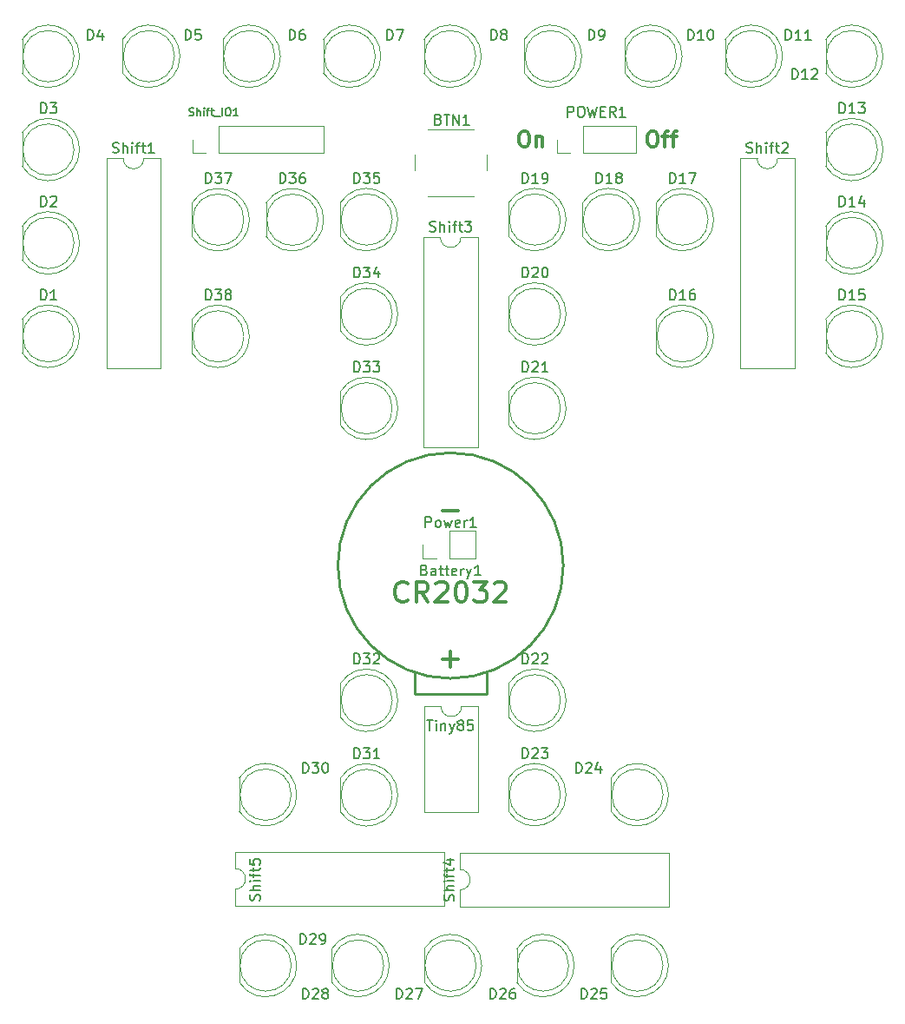
<source format=gbr>
G04 #@! TF.GenerationSoftware,KiCad,Pcbnew,(5.0.0)*
G04 #@! TF.CreationDate,2018-10-09T19:45:50-04:00*
G04 #@! TF.ProjectId,MiniTempleT,4D696E6954656D706C65542E6B696361,rev?*
G04 #@! TF.SameCoordinates,Original*
G04 #@! TF.FileFunction,Legend,Top*
G04 #@! TF.FilePolarity,Positive*
%FSLAX46Y46*%
G04 Gerber Fmt 4.6, Leading zero omitted, Abs format (unit mm)*
G04 Created by KiCad (PCBNEW (5.0.0)) date 10/09/18 19:45:50*
%MOMM*%
%LPD*%
G01*
G04 APERTURE LIST*
%ADD10C,0.300000*%
%ADD11C,0.120000*%
%ADD12C,0.250000*%
%ADD13C,0.150000*%
G04 APERTURE END LIST*
D10*
X178248571Y-65218571D02*
X178534285Y-65218571D01*
X178677142Y-65290000D01*
X178820000Y-65432857D01*
X178891428Y-65718571D01*
X178891428Y-66218571D01*
X178820000Y-66504285D01*
X178677142Y-66647142D01*
X178534285Y-66718571D01*
X178248571Y-66718571D01*
X178105714Y-66647142D01*
X177962857Y-66504285D01*
X177891428Y-66218571D01*
X177891428Y-65718571D01*
X177962857Y-65432857D01*
X178105714Y-65290000D01*
X178248571Y-65218571D01*
X179534285Y-65718571D02*
X179534285Y-66718571D01*
X179534285Y-65861428D02*
X179605714Y-65790000D01*
X179748571Y-65718571D01*
X179962857Y-65718571D01*
X180105714Y-65790000D01*
X180177142Y-65932857D01*
X180177142Y-66718571D01*
X190770000Y-65218571D02*
X191055714Y-65218571D01*
X191198571Y-65290000D01*
X191341428Y-65432857D01*
X191412857Y-65718571D01*
X191412857Y-66218571D01*
X191341428Y-66504285D01*
X191198571Y-66647142D01*
X191055714Y-66718571D01*
X190770000Y-66718571D01*
X190627142Y-66647142D01*
X190484285Y-66504285D01*
X190412857Y-66218571D01*
X190412857Y-65718571D01*
X190484285Y-65432857D01*
X190627142Y-65290000D01*
X190770000Y-65218571D01*
X191841428Y-65718571D02*
X192412857Y-65718571D01*
X192055714Y-66718571D02*
X192055714Y-65432857D01*
X192127142Y-65290000D01*
X192270000Y-65218571D01*
X192412857Y-65218571D01*
X192698571Y-65718571D02*
X193270000Y-65718571D01*
X192912857Y-66718571D02*
X192912857Y-65432857D01*
X192984285Y-65290000D01*
X193127142Y-65218571D01*
X193270000Y-65218571D01*
D11*
G04 #@! TO.C,D1*
X134992999Y-85218958D02*
G75*
G03X129393000Y-83577488I-3039999J1958D01*
G01*
X134992999Y-85215042D02*
G75*
G02X129393000Y-86856512I-3039999J-1958D01*
G01*
X134453000Y-85217000D02*
G75*
G03X134453000Y-85217000I-2500000J0D01*
G01*
X129393000Y-83577000D02*
X129393000Y-86857000D01*
G04 #@! TO.C,D2*
X134992999Y-76118958D02*
G75*
G03X129393000Y-74477488I-3039999J1958D01*
G01*
X134992999Y-76115042D02*
G75*
G02X129393000Y-77756512I-3039999J-1958D01*
G01*
X134453000Y-76117000D02*
G75*
G03X134453000Y-76117000I-2500000J0D01*
G01*
X129393000Y-74477000D02*
X129393000Y-77757000D01*
G04 #@! TO.C,D3*
X134992999Y-67018958D02*
G75*
G03X129393000Y-65377488I-3039999J1958D01*
G01*
X134992999Y-67015042D02*
G75*
G02X129393000Y-68656512I-3039999J-1958D01*
G01*
X134453000Y-67017000D02*
G75*
G03X134453000Y-67017000I-2500000J0D01*
G01*
X129393000Y-65377000D02*
X129393000Y-68657000D01*
G04 #@! TO.C,D4*
X134992999Y-57918958D02*
G75*
G03X129393000Y-56277488I-3039999J1958D01*
G01*
X134992999Y-57915042D02*
G75*
G02X129393000Y-59556512I-3039999J-1958D01*
G01*
X134453000Y-57917000D02*
G75*
G03X134453000Y-57917000I-2500000J0D01*
G01*
X129393000Y-56277000D02*
X129393000Y-59557000D01*
G04 #@! TO.C,D6*
X154592999Y-57918958D02*
G75*
G03X148993000Y-56277488I-3039999J1958D01*
G01*
X154592999Y-57915042D02*
G75*
G02X148993000Y-59556512I-3039999J-1958D01*
G01*
X154053000Y-57917000D02*
G75*
G03X154053000Y-57917000I-2500000J0D01*
G01*
X148993000Y-56277000D02*
X148993000Y-59557000D01*
G04 #@! TO.C,D7*
X164392999Y-57918958D02*
G75*
G03X158793000Y-56277488I-3039999J1958D01*
G01*
X164392999Y-57915042D02*
G75*
G02X158793000Y-59556512I-3039999J-1958D01*
G01*
X163853000Y-57917000D02*
G75*
G03X163853000Y-57917000I-2500000J0D01*
G01*
X158793000Y-56277000D02*
X158793000Y-59557000D01*
G04 #@! TO.C,D8*
X174192999Y-57918958D02*
G75*
G03X168593000Y-56277488I-3039999J1958D01*
G01*
X174192999Y-57915042D02*
G75*
G02X168593000Y-59556512I-3039999J-1958D01*
G01*
X173653000Y-57917000D02*
G75*
G03X173653000Y-57917000I-2500000J0D01*
G01*
X168593000Y-56277000D02*
X168593000Y-59557000D01*
G04 #@! TO.C,D9*
X183992999Y-57918958D02*
G75*
G03X178393000Y-56277488I-3039999J1958D01*
G01*
X183992999Y-57915042D02*
G75*
G02X178393000Y-59556512I-3039999J-1958D01*
G01*
X183453000Y-57917000D02*
G75*
G03X183453000Y-57917000I-2500000J0D01*
G01*
X178393000Y-56277000D02*
X178393000Y-59557000D01*
G04 #@! TO.C,D10*
X193792999Y-57918958D02*
G75*
G03X188193000Y-56277488I-3039999J1958D01*
G01*
X193792999Y-57915042D02*
G75*
G02X188193000Y-59556512I-3039999J-1958D01*
G01*
X193253000Y-57917000D02*
G75*
G03X193253000Y-57917000I-2500000J0D01*
G01*
X188193000Y-56277000D02*
X188193000Y-59557000D01*
G04 #@! TO.C,D11*
X203592999Y-57918958D02*
G75*
G03X197993000Y-56277488I-3039999J1958D01*
G01*
X203592999Y-57915042D02*
G75*
G02X197993000Y-59556512I-3039999J-1958D01*
G01*
X203053000Y-57917000D02*
G75*
G03X203053000Y-57917000I-2500000J0D01*
G01*
X197993000Y-56277000D02*
X197993000Y-59557000D01*
G04 #@! TO.C,D12*
X213392999Y-57918958D02*
G75*
G03X207793000Y-56277488I-3039999J1958D01*
G01*
X213392999Y-57915042D02*
G75*
G02X207793000Y-59556512I-3039999J-1958D01*
G01*
X212853000Y-57917000D02*
G75*
G03X212853000Y-57917000I-2500000J0D01*
G01*
X207793000Y-56277000D02*
X207793000Y-59557000D01*
G04 #@! TO.C,D14*
X213392999Y-76118958D02*
G75*
G03X207793000Y-74477488I-3039999J1958D01*
G01*
X213392999Y-76115042D02*
G75*
G02X207793000Y-77756512I-3039999J-1958D01*
G01*
X212853000Y-76117000D02*
G75*
G03X212853000Y-76117000I-2500000J0D01*
G01*
X207793000Y-74477000D02*
X207793000Y-77757000D01*
G04 #@! TO.C,D15*
X213392999Y-85218958D02*
G75*
G03X207793000Y-83577488I-3039999J1958D01*
G01*
X213392999Y-85215042D02*
G75*
G02X207793000Y-86856512I-3039999J-1958D01*
G01*
X212853000Y-85217000D02*
G75*
G03X212853000Y-85217000I-2500000J0D01*
G01*
X207793000Y-83577000D02*
X207793000Y-86857000D01*
G04 #@! TO.C,D16*
X196866999Y-85218958D02*
G75*
G03X191267000Y-83577488I-3039999J1958D01*
G01*
X196866999Y-85215042D02*
G75*
G02X191267000Y-86856512I-3039999J-1958D01*
G01*
X196327000Y-85217000D02*
G75*
G03X196327000Y-85217000I-2500000J0D01*
G01*
X191267000Y-83577000D02*
X191267000Y-86857000D01*
G04 #@! TO.C,D17*
X196866999Y-73839758D02*
G75*
G03X191267000Y-72198288I-3039999J1958D01*
G01*
X196866999Y-73835842D02*
G75*
G02X191267000Y-75477312I-3039999J-1958D01*
G01*
X196327000Y-73837800D02*
G75*
G03X196327000Y-73837800I-2500000J0D01*
G01*
X191267000Y-72197800D02*
X191267000Y-75477800D01*
G04 #@! TO.C,D18*
X189678999Y-73839758D02*
G75*
G03X184079000Y-72198288I-3039999J1958D01*
G01*
X189678999Y-73835842D02*
G75*
G02X184079000Y-75477312I-3039999J-1958D01*
G01*
X189139000Y-73837800D02*
G75*
G03X189139000Y-73837800I-2500000J0D01*
G01*
X184079000Y-72197800D02*
X184079000Y-75477800D01*
G04 #@! TO.C,D19*
X182465999Y-73839758D02*
G75*
G03X176866000Y-72198288I-3039999J1958D01*
G01*
X182465999Y-73835842D02*
G75*
G02X176866000Y-75477312I-3039999J-1958D01*
G01*
X181926000Y-73837800D02*
G75*
G03X181926000Y-73837800I-2500000J0D01*
G01*
X176866000Y-72197800D02*
X176866000Y-75477800D01*
G04 #@! TO.C,D20*
X182465999Y-83039758D02*
G75*
G03X176866000Y-81398288I-3039999J1958D01*
G01*
X182465999Y-83035842D02*
G75*
G02X176866000Y-84677312I-3039999J-1958D01*
G01*
X181926000Y-83037800D02*
G75*
G03X181926000Y-83037800I-2500000J0D01*
G01*
X176866000Y-81397800D02*
X176866000Y-84677800D01*
G04 #@! TO.C,D22*
X182465999Y-120700958D02*
G75*
G03X176866000Y-119059488I-3039999J1958D01*
G01*
X182465999Y-120697042D02*
G75*
G02X176866000Y-122338512I-3039999J-1958D01*
G01*
X181926000Y-120699000D02*
G75*
G03X181926000Y-120699000I-2500000J0D01*
G01*
X176866000Y-119059000D02*
X176866000Y-122339000D01*
G04 #@! TO.C,D23*
X182465999Y-129900958D02*
G75*
G03X176866000Y-128259488I-3039999J1958D01*
G01*
X182465999Y-129897042D02*
G75*
G02X176866000Y-131538512I-3039999J-1958D01*
G01*
X181926000Y-129899000D02*
G75*
G03X181926000Y-129899000I-2500000J0D01*
G01*
X176866000Y-128259000D02*
X176866000Y-131539000D01*
G04 #@! TO.C,D24*
X192465999Y-129900958D02*
G75*
G03X186866000Y-128259488I-3039999J1958D01*
G01*
X192465999Y-129897042D02*
G75*
G02X186866000Y-131538512I-3039999J-1958D01*
G01*
X191926000Y-129899000D02*
G75*
G03X191926000Y-129899000I-2500000J0D01*
G01*
X186866000Y-128259000D02*
X186866000Y-131539000D01*
G04 #@! TO.C,D25*
X192459999Y-146559958D02*
G75*
G03X186860000Y-144918488I-3039999J1958D01*
G01*
X192459999Y-146556042D02*
G75*
G02X186860000Y-148197512I-3039999J-1958D01*
G01*
X191920000Y-146558000D02*
G75*
G03X191920000Y-146558000I-2500000J0D01*
G01*
X186860000Y-144918000D02*
X186860000Y-148198000D01*
G04 #@! TO.C,D26*
X183259999Y-146559958D02*
G75*
G03X177660000Y-144918488I-3039999J1958D01*
G01*
X183259999Y-146556042D02*
G75*
G02X177660000Y-148197512I-3039999J-1958D01*
G01*
X182720000Y-146558000D02*
G75*
G03X182720000Y-146558000I-2500000J0D01*
G01*
X177660000Y-144918000D02*
X177660000Y-148198000D01*
G04 #@! TO.C,D27*
X174235999Y-146559958D02*
G75*
G03X168636000Y-144918488I-3039999J1958D01*
G01*
X174235999Y-146556042D02*
G75*
G02X168636000Y-148197512I-3039999J-1958D01*
G01*
X173696000Y-146558000D02*
G75*
G03X173696000Y-146558000I-2500000J0D01*
G01*
X168636000Y-144918000D02*
X168636000Y-148198000D01*
G04 #@! TO.C,D28*
X165211999Y-146559958D02*
G75*
G03X159612000Y-144918488I-3039999J1958D01*
G01*
X165211999Y-146556042D02*
G75*
G02X159612000Y-148197512I-3039999J-1958D01*
G01*
X164672000Y-146558000D02*
G75*
G03X164672000Y-146558000I-2500000J0D01*
G01*
X159612000Y-144918000D02*
X159612000Y-148198000D01*
G04 #@! TO.C,D30*
X156186999Y-129900958D02*
G75*
G03X150587000Y-128259488I-3039999J1958D01*
G01*
X156186999Y-129897042D02*
G75*
G02X150587000Y-131538512I-3039999J-1958D01*
G01*
X155647000Y-129899000D02*
G75*
G03X155647000Y-129899000I-2500000J0D01*
G01*
X150587000Y-128259000D02*
X150587000Y-131539000D01*
G04 #@! TO.C,D31*
X166043999Y-129922958D02*
G75*
G03X160444000Y-128281488I-3039999J1958D01*
G01*
X166043999Y-129919042D02*
G75*
G02X160444000Y-131560512I-3039999J-1958D01*
G01*
X165504000Y-129921000D02*
G75*
G03X165504000Y-129921000I-2500000J0D01*
G01*
X160444000Y-128281000D02*
X160444000Y-131561000D01*
G04 #@! TO.C,D32*
X166043999Y-120700958D02*
G75*
G03X160444000Y-119059488I-3039999J1958D01*
G01*
X166043999Y-120697042D02*
G75*
G02X160444000Y-122338512I-3039999J-1958D01*
G01*
X165504000Y-120699000D02*
G75*
G03X165504000Y-120699000I-2500000J0D01*
G01*
X160444000Y-119059000D02*
X160444000Y-122339000D01*
G04 #@! TO.C,POWER1*
X189290000Y-67370000D02*
X189290000Y-64710000D01*
X184150000Y-67370000D02*
X189290000Y-67370000D01*
X184150000Y-64710000D02*
X189290000Y-64710000D01*
X184150000Y-67370000D02*
X184150000Y-64710000D01*
X182880000Y-67370000D02*
X181550000Y-67370000D01*
X181550000Y-67370000D02*
X181550000Y-66040000D01*
G04 #@! TO.C,Tiny85*
X172260000Y-121288000D02*
G75*
G02X170260000Y-121288000I-1000000J0D01*
G01*
X170260000Y-121288000D02*
X168610000Y-121288000D01*
X168610000Y-121288000D02*
X168610000Y-131568000D01*
X168610000Y-131568000D02*
X173910000Y-131568000D01*
X173910000Y-131568000D02*
X173910000Y-121288000D01*
X173910000Y-121288000D02*
X172260000Y-121288000D01*
G04 #@! TO.C,D5*
X144792999Y-57918958D02*
G75*
G03X139193000Y-56277488I-3039999J1958D01*
G01*
X144792999Y-57915042D02*
G75*
G02X139193000Y-59556512I-3039999J-1958D01*
G01*
X144253000Y-57917000D02*
G75*
G03X144253000Y-57917000I-2500000J0D01*
G01*
X139193000Y-56277000D02*
X139193000Y-59557000D01*
G04 #@! TO.C,D13*
X213392999Y-67018958D02*
G75*
G03X207793000Y-65377488I-3039999J1958D01*
G01*
X213392999Y-67015042D02*
G75*
G02X207793000Y-68656512I-3039999J-1958D01*
G01*
X212853000Y-67017000D02*
G75*
G03X212853000Y-67017000I-2500000J0D01*
G01*
X207793000Y-65377000D02*
X207793000Y-68657000D01*
G04 #@! TO.C,D21*
X182465999Y-92239758D02*
G75*
G03X176866000Y-90598288I-3039999J1958D01*
G01*
X182465999Y-92235842D02*
G75*
G02X176866000Y-93877312I-3039999J-1958D01*
G01*
X181926000Y-92237800D02*
G75*
G03X181926000Y-92237800I-2500000J0D01*
G01*
X176866000Y-90597800D02*
X176866000Y-93877800D01*
G04 #@! TO.C,D29*
X156186999Y-146559958D02*
G75*
G03X150587000Y-144918488I-3039999J1958D01*
G01*
X156186999Y-146556042D02*
G75*
G02X150587000Y-148197512I-3039999J-1958D01*
G01*
X155647000Y-146558000D02*
G75*
G03X155647000Y-146558000I-2500000J0D01*
G01*
X150587000Y-144918000D02*
X150587000Y-148198000D01*
G04 #@! TO.C,D33*
X166043999Y-92239758D02*
G75*
G03X160444000Y-90598288I-3039999J1958D01*
G01*
X166043999Y-92235842D02*
G75*
G02X160444000Y-93877312I-3039999J-1958D01*
G01*
X165504000Y-92237800D02*
G75*
G03X165504000Y-92237800I-2500000J0D01*
G01*
X160444000Y-90597800D02*
X160444000Y-93877800D01*
G04 #@! TO.C,D34*
X166043999Y-83039758D02*
G75*
G03X160444000Y-81398288I-3039999J1958D01*
G01*
X166043999Y-83035842D02*
G75*
G02X160444000Y-84677312I-3039999J-1958D01*
G01*
X165504000Y-83037800D02*
G75*
G03X165504000Y-83037800I-2500000J0D01*
G01*
X160444000Y-81397800D02*
X160444000Y-84677800D01*
G04 #@! TO.C,D35*
X166043999Y-73839758D02*
G75*
G03X160444000Y-72198288I-3039999J1958D01*
G01*
X166043999Y-73835842D02*
G75*
G02X160444000Y-75477312I-3039999J-1958D01*
G01*
X165504000Y-73837800D02*
G75*
G03X165504000Y-73837800I-2500000J0D01*
G01*
X160444000Y-72197800D02*
X160444000Y-75477800D01*
G04 #@! TO.C,D36*
X158805999Y-73852458D02*
G75*
G03X153206000Y-72210988I-3039999J1958D01*
G01*
X158805999Y-73848542D02*
G75*
G02X153206000Y-75490012I-3039999J-1958D01*
G01*
X158266000Y-73850500D02*
G75*
G03X158266000Y-73850500I-2500000J0D01*
G01*
X153206000Y-72210500D02*
X153206000Y-75490500D01*
G04 #@! TO.C,D37*
X151565999Y-73852458D02*
G75*
G03X145966000Y-72210988I-3039999J1958D01*
G01*
X151565999Y-73848542D02*
G75*
G02X145966000Y-75490012I-3039999J-1958D01*
G01*
X151026000Y-73850500D02*
G75*
G03X151026000Y-73850500I-2500000J0D01*
G01*
X145966000Y-72210500D02*
X145966000Y-75490500D01*
G04 #@! TO.C,D38*
X151565999Y-85218958D02*
G75*
G03X145966000Y-83577488I-3039999J1958D01*
G01*
X151565999Y-85215042D02*
G75*
G02X145966000Y-86856512I-3039999J-1958D01*
G01*
X151026000Y-85217000D02*
G75*
G03X151026000Y-85217000I-2500000J0D01*
G01*
X145966000Y-83577000D02*
X145966000Y-86857000D01*
G04 #@! TO.C,BTN1*
X168965000Y-71540000D02*
X173465000Y-71540000D01*
X167715000Y-67540000D02*
X167715000Y-69040000D01*
X173465000Y-65040000D02*
X168965000Y-65040000D01*
X174715000Y-69040000D02*
X174715000Y-67540000D01*
D12*
G04 #@! TO.C,Battery1*
X171196000Y-120069000D02*
X167696000Y-120069000D01*
X167696000Y-120069000D02*
X167696000Y-118069000D01*
X171196000Y-120069000D02*
X174196000Y-120069000D01*
X174196000Y-120069000D02*
X174696000Y-120069000D01*
X174696000Y-120069000D02*
X174696000Y-118069000D01*
X182196000Y-107569000D02*
G75*
G03X182196000Y-107569000I-11000000J0D01*
G01*
D11*
G04 #@! TO.C,Shift_IO1*
X158810000Y-67370000D02*
X158810000Y-64710000D01*
X148590000Y-67370000D02*
X158810000Y-67370000D01*
X148590000Y-64710000D02*
X158810000Y-64710000D01*
X148590000Y-67370000D02*
X148590000Y-64710000D01*
X147320000Y-67370000D02*
X145990000Y-67370000D01*
X145990000Y-67370000D02*
X145990000Y-66040000D01*
G04 #@! TO.C,Power1*
X173669000Y-106867000D02*
X173669000Y-104207000D01*
X171069000Y-106867000D02*
X173669000Y-106867000D01*
X171069000Y-104207000D02*
X173669000Y-104207000D01*
X171069000Y-106867000D02*
X171069000Y-104207000D01*
X169799000Y-106867000D02*
X168469000Y-106867000D01*
X168469000Y-106867000D02*
X168469000Y-105537000D01*
G04 #@! TO.C,Shift2*
X203108000Y-67885000D02*
G75*
G02X201108000Y-67885000I-1000000J0D01*
G01*
X201108000Y-67885000D02*
X199458000Y-67885000D01*
X199458000Y-67885000D02*
X199458000Y-88325000D01*
X199458000Y-88325000D02*
X204758000Y-88325000D01*
X204758000Y-88325000D02*
X204758000Y-67885000D01*
X204758000Y-67885000D02*
X203108000Y-67885000D01*
G04 #@! TO.C,Shift3*
X172196000Y-75555800D02*
G75*
G02X170196000Y-75555800I-1000000J0D01*
G01*
X170196000Y-75555800D02*
X168546000Y-75555800D01*
X168546000Y-75555800D02*
X168546000Y-95995800D01*
X168546000Y-95995800D02*
X173846000Y-95995800D01*
X173846000Y-95995800D02*
X173846000Y-75555800D01*
X173846000Y-75555800D02*
X172196000Y-75555800D01*
G04 #@! TO.C,Shift1*
X141259000Y-67885000D02*
G75*
G02X139259000Y-67885000I-1000000J0D01*
G01*
X139259000Y-67885000D02*
X137609000Y-67885000D01*
X137609000Y-67885000D02*
X137609000Y-88325000D01*
X137609000Y-88325000D02*
X142909000Y-88325000D01*
X142909000Y-88325000D02*
X142909000Y-67885000D01*
X142909000Y-67885000D02*
X141259000Y-67885000D01*
G04 #@! TO.C,Shift4*
X172088000Y-137192000D02*
G75*
G02X172088000Y-139192000I0J-1000000D01*
G01*
X172088000Y-139192000D02*
X172088000Y-140842000D01*
X172088000Y-140842000D02*
X192528000Y-140842000D01*
X192528000Y-140842000D02*
X192528000Y-135542000D01*
X192528000Y-135542000D02*
X172088000Y-135542000D01*
X172088000Y-135542000D02*
X172088000Y-137192000D01*
G04 #@! TO.C,Shift5*
X150181000Y-137112000D02*
G75*
G02X150181000Y-139112000I0J-1000000D01*
G01*
X150181000Y-139112000D02*
X150181000Y-140762000D01*
X150181000Y-140762000D02*
X170621000Y-140762000D01*
X170621000Y-140762000D02*
X170621000Y-135462000D01*
X170621000Y-135462000D02*
X150181000Y-135462000D01*
X150181000Y-135462000D02*
X150181000Y-137112000D01*
G04 #@! TO.C,D1*
D13*
X131214904Y-81659380D02*
X131214904Y-80659380D01*
X131453000Y-80659380D01*
X131595857Y-80707000D01*
X131691095Y-80802238D01*
X131738714Y-80897476D01*
X131786333Y-81087952D01*
X131786333Y-81230809D01*
X131738714Y-81421285D01*
X131691095Y-81516523D01*
X131595857Y-81611761D01*
X131453000Y-81659380D01*
X131214904Y-81659380D01*
X132738714Y-81659380D02*
X132167285Y-81659380D01*
X132453000Y-81659380D02*
X132453000Y-80659380D01*
X132357761Y-80802238D01*
X132262523Y-80897476D01*
X132167285Y-80945095D01*
G04 #@! TO.C,D2*
X131214904Y-72559380D02*
X131214904Y-71559380D01*
X131453000Y-71559380D01*
X131595857Y-71607000D01*
X131691095Y-71702238D01*
X131738714Y-71797476D01*
X131786333Y-71987952D01*
X131786333Y-72130809D01*
X131738714Y-72321285D01*
X131691095Y-72416523D01*
X131595857Y-72511761D01*
X131453000Y-72559380D01*
X131214904Y-72559380D01*
X132167285Y-71654619D02*
X132214904Y-71607000D01*
X132310142Y-71559380D01*
X132548238Y-71559380D01*
X132643476Y-71607000D01*
X132691095Y-71654619D01*
X132738714Y-71749857D01*
X132738714Y-71845095D01*
X132691095Y-71987952D01*
X132119666Y-72559380D01*
X132738714Y-72559380D01*
G04 #@! TO.C,D3*
X131214904Y-63459380D02*
X131214904Y-62459380D01*
X131453000Y-62459380D01*
X131595857Y-62507000D01*
X131691095Y-62602238D01*
X131738714Y-62697476D01*
X131786333Y-62887952D01*
X131786333Y-63030809D01*
X131738714Y-63221285D01*
X131691095Y-63316523D01*
X131595857Y-63411761D01*
X131453000Y-63459380D01*
X131214904Y-63459380D01*
X132119666Y-62459380D02*
X132738714Y-62459380D01*
X132405380Y-62840333D01*
X132548238Y-62840333D01*
X132643476Y-62887952D01*
X132691095Y-62935571D01*
X132738714Y-63030809D01*
X132738714Y-63268904D01*
X132691095Y-63364142D01*
X132643476Y-63411761D01*
X132548238Y-63459380D01*
X132262523Y-63459380D01*
X132167285Y-63411761D01*
X132119666Y-63364142D01*
G04 #@! TO.C,D4*
X135786904Y-56332380D02*
X135786904Y-55332380D01*
X136025000Y-55332380D01*
X136167857Y-55380000D01*
X136263095Y-55475238D01*
X136310714Y-55570476D01*
X136358333Y-55760952D01*
X136358333Y-55903809D01*
X136310714Y-56094285D01*
X136263095Y-56189523D01*
X136167857Y-56284761D01*
X136025000Y-56332380D01*
X135786904Y-56332380D01*
X137215476Y-55665714D02*
X137215476Y-56332380D01*
X136977380Y-55284761D02*
X136739285Y-55999047D01*
X137358333Y-55999047D01*
G04 #@! TO.C,D6*
X155471904Y-56332380D02*
X155471904Y-55332380D01*
X155710000Y-55332380D01*
X155852857Y-55380000D01*
X155948095Y-55475238D01*
X155995714Y-55570476D01*
X156043333Y-55760952D01*
X156043333Y-55903809D01*
X155995714Y-56094285D01*
X155948095Y-56189523D01*
X155852857Y-56284761D01*
X155710000Y-56332380D01*
X155471904Y-56332380D01*
X156900476Y-55332380D02*
X156710000Y-55332380D01*
X156614761Y-55380000D01*
X156567142Y-55427619D01*
X156471904Y-55570476D01*
X156424285Y-55760952D01*
X156424285Y-56141904D01*
X156471904Y-56237142D01*
X156519523Y-56284761D01*
X156614761Y-56332380D01*
X156805238Y-56332380D01*
X156900476Y-56284761D01*
X156948095Y-56237142D01*
X156995714Y-56141904D01*
X156995714Y-55903809D01*
X156948095Y-55808571D01*
X156900476Y-55760952D01*
X156805238Y-55713333D01*
X156614761Y-55713333D01*
X156519523Y-55760952D01*
X156471904Y-55808571D01*
X156424285Y-55903809D01*
G04 #@! TO.C,D7*
X164996904Y-56332380D02*
X164996904Y-55332380D01*
X165235000Y-55332380D01*
X165377857Y-55380000D01*
X165473095Y-55475238D01*
X165520714Y-55570476D01*
X165568333Y-55760952D01*
X165568333Y-55903809D01*
X165520714Y-56094285D01*
X165473095Y-56189523D01*
X165377857Y-56284761D01*
X165235000Y-56332380D01*
X164996904Y-56332380D01*
X165901666Y-55332380D02*
X166568333Y-55332380D01*
X166139761Y-56332380D01*
G04 #@! TO.C,D8*
X175156904Y-56332380D02*
X175156904Y-55332380D01*
X175395000Y-55332380D01*
X175537857Y-55380000D01*
X175633095Y-55475238D01*
X175680714Y-55570476D01*
X175728333Y-55760952D01*
X175728333Y-55903809D01*
X175680714Y-56094285D01*
X175633095Y-56189523D01*
X175537857Y-56284761D01*
X175395000Y-56332380D01*
X175156904Y-56332380D01*
X176299761Y-55760952D02*
X176204523Y-55713333D01*
X176156904Y-55665714D01*
X176109285Y-55570476D01*
X176109285Y-55522857D01*
X176156904Y-55427619D01*
X176204523Y-55380000D01*
X176299761Y-55332380D01*
X176490238Y-55332380D01*
X176585476Y-55380000D01*
X176633095Y-55427619D01*
X176680714Y-55522857D01*
X176680714Y-55570476D01*
X176633095Y-55665714D01*
X176585476Y-55713333D01*
X176490238Y-55760952D01*
X176299761Y-55760952D01*
X176204523Y-55808571D01*
X176156904Y-55856190D01*
X176109285Y-55951428D01*
X176109285Y-56141904D01*
X176156904Y-56237142D01*
X176204523Y-56284761D01*
X176299761Y-56332380D01*
X176490238Y-56332380D01*
X176585476Y-56284761D01*
X176633095Y-56237142D01*
X176680714Y-56141904D01*
X176680714Y-55951428D01*
X176633095Y-55856190D01*
X176585476Y-55808571D01*
X176490238Y-55760952D01*
G04 #@! TO.C,D9*
X184681904Y-56332380D02*
X184681904Y-55332380D01*
X184920000Y-55332380D01*
X185062857Y-55380000D01*
X185158095Y-55475238D01*
X185205714Y-55570476D01*
X185253333Y-55760952D01*
X185253333Y-55903809D01*
X185205714Y-56094285D01*
X185158095Y-56189523D01*
X185062857Y-56284761D01*
X184920000Y-56332380D01*
X184681904Y-56332380D01*
X185729523Y-56332380D02*
X185920000Y-56332380D01*
X186015238Y-56284761D01*
X186062857Y-56237142D01*
X186158095Y-56094285D01*
X186205714Y-55903809D01*
X186205714Y-55522857D01*
X186158095Y-55427619D01*
X186110476Y-55380000D01*
X186015238Y-55332380D01*
X185824761Y-55332380D01*
X185729523Y-55380000D01*
X185681904Y-55427619D01*
X185634285Y-55522857D01*
X185634285Y-55760952D01*
X185681904Y-55856190D01*
X185729523Y-55903809D01*
X185824761Y-55951428D01*
X186015238Y-55951428D01*
X186110476Y-55903809D01*
X186158095Y-55856190D01*
X186205714Y-55760952D01*
G04 #@! TO.C,D10*
X194365714Y-56332380D02*
X194365714Y-55332380D01*
X194603809Y-55332380D01*
X194746666Y-55380000D01*
X194841904Y-55475238D01*
X194889523Y-55570476D01*
X194937142Y-55760952D01*
X194937142Y-55903809D01*
X194889523Y-56094285D01*
X194841904Y-56189523D01*
X194746666Y-56284761D01*
X194603809Y-56332380D01*
X194365714Y-56332380D01*
X195889523Y-56332380D02*
X195318095Y-56332380D01*
X195603809Y-56332380D02*
X195603809Y-55332380D01*
X195508571Y-55475238D01*
X195413333Y-55570476D01*
X195318095Y-55618095D01*
X196508571Y-55332380D02*
X196603809Y-55332380D01*
X196699047Y-55380000D01*
X196746666Y-55427619D01*
X196794285Y-55522857D01*
X196841904Y-55713333D01*
X196841904Y-55951428D01*
X196794285Y-56141904D01*
X196746666Y-56237142D01*
X196699047Y-56284761D01*
X196603809Y-56332380D01*
X196508571Y-56332380D01*
X196413333Y-56284761D01*
X196365714Y-56237142D01*
X196318095Y-56141904D01*
X196270476Y-55951428D01*
X196270476Y-55713333D01*
X196318095Y-55522857D01*
X196365714Y-55427619D01*
X196413333Y-55380000D01*
X196508571Y-55332380D01*
G04 #@! TO.C,D11*
X203890714Y-56332380D02*
X203890714Y-55332380D01*
X204128809Y-55332380D01*
X204271666Y-55380000D01*
X204366904Y-55475238D01*
X204414523Y-55570476D01*
X204462142Y-55760952D01*
X204462142Y-55903809D01*
X204414523Y-56094285D01*
X204366904Y-56189523D01*
X204271666Y-56284761D01*
X204128809Y-56332380D01*
X203890714Y-56332380D01*
X205414523Y-56332380D02*
X204843095Y-56332380D01*
X205128809Y-56332380D02*
X205128809Y-55332380D01*
X205033571Y-55475238D01*
X204938333Y-55570476D01*
X204843095Y-55618095D01*
X206366904Y-56332380D02*
X205795476Y-56332380D01*
X206081190Y-56332380D02*
X206081190Y-55332380D01*
X205985952Y-55475238D01*
X205890714Y-55570476D01*
X205795476Y-55618095D01*
G04 #@! TO.C,D12*
X204525714Y-60142380D02*
X204525714Y-59142380D01*
X204763809Y-59142380D01*
X204906666Y-59190000D01*
X205001904Y-59285238D01*
X205049523Y-59380476D01*
X205097142Y-59570952D01*
X205097142Y-59713809D01*
X205049523Y-59904285D01*
X205001904Y-59999523D01*
X204906666Y-60094761D01*
X204763809Y-60142380D01*
X204525714Y-60142380D01*
X206049523Y-60142380D02*
X205478095Y-60142380D01*
X205763809Y-60142380D02*
X205763809Y-59142380D01*
X205668571Y-59285238D01*
X205573333Y-59380476D01*
X205478095Y-59428095D01*
X206430476Y-59237619D02*
X206478095Y-59190000D01*
X206573333Y-59142380D01*
X206811428Y-59142380D01*
X206906666Y-59190000D01*
X206954285Y-59237619D01*
X207001904Y-59332857D01*
X207001904Y-59428095D01*
X206954285Y-59570952D01*
X206382857Y-60142380D01*
X207001904Y-60142380D01*
G04 #@! TO.C,D14*
X209138714Y-72559380D02*
X209138714Y-71559380D01*
X209376809Y-71559380D01*
X209519666Y-71607000D01*
X209614904Y-71702238D01*
X209662523Y-71797476D01*
X209710142Y-71987952D01*
X209710142Y-72130809D01*
X209662523Y-72321285D01*
X209614904Y-72416523D01*
X209519666Y-72511761D01*
X209376809Y-72559380D01*
X209138714Y-72559380D01*
X210662523Y-72559380D02*
X210091095Y-72559380D01*
X210376809Y-72559380D02*
X210376809Y-71559380D01*
X210281571Y-71702238D01*
X210186333Y-71797476D01*
X210091095Y-71845095D01*
X211519666Y-71892714D02*
X211519666Y-72559380D01*
X211281571Y-71511761D02*
X211043476Y-72226047D01*
X211662523Y-72226047D01*
G04 #@! TO.C,D15*
X209138714Y-81659380D02*
X209138714Y-80659380D01*
X209376809Y-80659380D01*
X209519666Y-80707000D01*
X209614904Y-80802238D01*
X209662523Y-80897476D01*
X209710142Y-81087952D01*
X209710142Y-81230809D01*
X209662523Y-81421285D01*
X209614904Y-81516523D01*
X209519666Y-81611761D01*
X209376809Y-81659380D01*
X209138714Y-81659380D01*
X210662523Y-81659380D02*
X210091095Y-81659380D01*
X210376809Y-81659380D02*
X210376809Y-80659380D01*
X210281571Y-80802238D01*
X210186333Y-80897476D01*
X210091095Y-80945095D01*
X211567285Y-80659380D02*
X211091095Y-80659380D01*
X211043476Y-81135571D01*
X211091095Y-81087952D01*
X211186333Y-81040333D01*
X211424428Y-81040333D01*
X211519666Y-81087952D01*
X211567285Y-81135571D01*
X211614904Y-81230809D01*
X211614904Y-81468904D01*
X211567285Y-81564142D01*
X211519666Y-81611761D01*
X211424428Y-81659380D01*
X211186333Y-81659380D01*
X211091095Y-81611761D01*
X211043476Y-81564142D01*
G04 #@! TO.C,D16*
X192612714Y-81659380D02*
X192612714Y-80659380D01*
X192850809Y-80659380D01*
X192993666Y-80707000D01*
X193088904Y-80802238D01*
X193136523Y-80897476D01*
X193184142Y-81087952D01*
X193184142Y-81230809D01*
X193136523Y-81421285D01*
X193088904Y-81516523D01*
X192993666Y-81611761D01*
X192850809Y-81659380D01*
X192612714Y-81659380D01*
X194136523Y-81659380D02*
X193565095Y-81659380D01*
X193850809Y-81659380D02*
X193850809Y-80659380D01*
X193755571Y-80802238D01*
X193660333Y-80897476D01*
X193565095Y-80945095D01*
X194993666Y-80659380D02*
X194803190Y-80659380D01*
X194707952Y-80707000D01*
X194660333Y-80754619D01*
X194565095Y-80897476D01*
X194517476Y-81087952D01*
X194517476Y-81468904D01*
X194565095Y-81564142D01*
X194612714Y-81611761D01*
X194707952Y-81659380D01*
X194898428Y-81659380D01*
X194993666Y-81611761D01*
X195041285Y-81564142D01*
X195088904Y-81468904D01*
X195088904Y-81230809D01*
X195041285Y-81135571D01*
X194993666Y-81087952D01*
X194898428Y-81040333D01*
X194707952Y-81040333D01*
X194612714Y-81087952D01*
X194565095Y-81135571D01*
X194517476Y-81230809D01*
G04 #@! TO.C,D17*
X192612714Y-70280180D02*
X192612714Y-69280180D01*
X192850809Y-69280180D01*
X192993666Y-69327800D01*
X193088904Y-69423038D01*
X193136523Y-69518276D01*
X193184142Y-69708752D01*
X193184142Y-69851609D01*
X193136523Y-70042085D01*
X193088904Y-70137323D01*
X192993666Y-70232561D01*
X192850809Y-70280180D01*
X192612714Y-70280180D01*
X194136523Y-70280180D02*
X193565095Y-70280180D01*
X193850809Y-70280180D02*
X193850809Y-69280180D01*
X193755571Y-69423038D01*
X193660333Y-69518276D01*
X193565095Y-69565895D01*
X194469857Y-69280180D02*
X195136523Y-69280180D01*
X194707952Y-70280180D01*
G04 #@! TO.C,D18*
X185424714Y-70280180D02*
X185424714Y-69280180D01*
X185662809Y-69280180D01*
X185805666Y-69327800D01*
X185900904Y-69423038D01*
X185948523Y-69518276D01*
X185996142Y-69708752D01*
X185996142Y-69851609D01*
X185948523Y-70042085D01*
X185900904Y-70137323D01*
X185805666Y-70232561D01*
X185662809Y-70280180D01*
X185424714Y-70280180D01*
X186948523Y-70280180D02*
X186377095Y-70280180D01*
X186662809Y-70280180D02*
X186662809Y-69280180D01*
X186567571Y-69423038D01*
X186472333Y-69518276D01*
X186377095Y-69565895D01*
X187519952Y-69708752D02*
X187424714Y-69661133D01*
X187377095Y-69613514D01*
X187329476Y-69518276D01*
X187329476Y-69470657D01*
X187377095Y-69375419D01*
X187424714Y-69327800D01*
X187519952Y-69280180D01*
X187710428Y-69280180D01*
X187805666Y-69327800D01*
X187853285Y-69375419D01*
X187900904Y-69470657D01*
X187900904Y-69518276D01*
X187853285Y-69613514D01*
X187805666Y-69661133D01*
X187710428Y-69708752D01*
X187519952Y-69708752D01*
X187424714Y-69756371D01*
X187377095Y-69803990D01*
X187329476Y-69899228D01*
X187329476Y-70089704D01*
X187377095Y-70184942D01*
X187424714Y-70232561D01*
X187519952Y-70280180D01*
X187710428Y-70280180D01*
X187805666Y-70232561D01*
X187853285Y-70184942D01*
X187900904Y-70089704D01*
X187900904Y-69899228D01*
X187853285Y-69803990D01*
X187805666Y-69756371D01*
X187710428Y-69708752D01*
G04 #@! TO.C,D19*
X178211714Y-70280180D02*
X178211714Y-69280180D01*
X178449809Y-69280180D01*
X178592666Y-69327800D01*
X178687904Y-69423038D01*
X178735523Y-69518276D01*
X178783142Y-69708752D01*
X178783142Y-69851609D01*
X178735523Y-70042085D01*
X178687904Y-70137323D01*
X178592666Y-70232561D01*
X178449809Y-70280180D01*
X178211714Y-70280180D01*
X179735523Y-70280180D02*
X179164095Y-70280180D01*
X179449809Y-70280180D02*
X179449809Y-69280180D01*
X179354571Y-69423038D01*
X179259333Y-69518276D01*
X179164095Y-69565895D01*
X180211714Y-70280180D02*
X180402190Y-70280180D01*
X180497428Y-70232561D01*
X180545047Y-70184942D01*
X180640285Y-70042085D01*
X180687904Y-69851609D01*
X180687904Y-69470657D01*
X180640285Y-69375419D01*
X180592666Y-69327800D01*
X180497428Y-69280180D01*
X180306952Y-69280180D01*
X180211714Y-69327800D01*
X180164095Y-69375419D01*
X180116476Y-69470657D01*
X180116476Y-69708752D01*
X180164095Y-69803990D01*
X180211714Y-69851609D01*
X180306952Y-69899228D01*
X180497428Y-69899228D01*
X180592666Y-69851609D01*
X180640285Y-69803990D01*
X180687904Y-69708752D01*
G04 #@! TO.C,D20*
X178211714Y-79480180D02*
X178211714Y-78480180D01*
X178449809Y-78480180D01*
X178592666Y-78527800D01*
X178687904Y-78623038D01*
X178735523Y-78718276D01*
X178783142Y-78908752D01*
X178783142Y-79051609D01*
X178735523Y-79242085D01*
X178687904Y-79337323D01*
X178592666Y-79432561D01*
X178449809Y-79480180D01*
X178211714Y-79480180D01*
X179164095Y-78575419D02*
X179211714Y-78527800D01*
X179306952Y-78480180D01*
X179545047Y-78480180D01*
X179640285Y-78527800D01*
X179687904Y-78575419D01*
X179735523Y-78670657D01*
X179735523Y-78765895D01*
X179687904Y-78908752D01*
X179116476Y-79480180D01*
X179735523Y-79480180D01*
X180354571Y-78480180D02*
X180449809Y-78480180D01*
X180545047Y-78527800D01*
X180592666Y-78575419D01*
X180640285Y-78670657D01*
X180687904Y-78861133D01*
X180687904Y-79099228D01*
X180640285Y-79289704D01*
X180592666Y-79384942D01*
X180545047Y-79432561D01*
X180449809Y-79480180D01*
X180354571Y-79480180D01*
X180259333Y-79432561D01*
X180211714Y-79384942D01*
X180164095Y-79289704D01*
X180116476Y-79099228D01*
X180116476Y-78861133D01*
X180164095Y-78670657D01*
X180211714Y-78575419D01*
X180259333Y-78527800D01*
X180354571Y-78480180D01*
G04 #@! TO.C,D22*
X178211714Y-117141380D02*
X178211714Y-116141380D01*
X178449809Y-116141380D01*
X178592666Y-116189000D01*
X178687904Y-116284238D01*
X178735523Y-116379476D01*
X178783142Y-116569952D01*
X178783142Y-116712809D01*
X178735523Y-116903285D01*
X178687904Y-116998523D01*
X178592666Y-117093761D01*
X178449809Y-117141380D01*
X178211714Y-117141380D01*
X179164095Y-116236619D02*
X179211714Y-116189000D01*
X179306952Y-116141380D01*
X179545047Y-116141380D01*
X179640285Y-116189000D01*
X179687904Y-116236619D01*
X179735523Y-116331857D01*
X179735523Y-116427095D01*
X179687904Y-116569952D01*
X179116476Y-117141380D01*
X179735523Y-117141380D01*
X180116476Y-116236619D02*
X180164095Y-116189000D01*
X180259333Y-116141380D01*
X180497428Y-116141380D01*
X180592666Y-116189000D01*
X180640285Y-116236619D01*
X180687904Y-116331857D01*
X180687904Y-116427095D01*
X180640285Y-116569952D01*
X180068857Y-117141380D01*
X180687904Y-117141380D01*
G04 #@! TO.C,D23*
X178211714Y-126341380D02*
X178211714Y-125341380D01*
X178449809Y-125341380D01*
X178592666Y-125389000D01*
X178687904Y-125484238D01*
X178735523Y-125579476D01*
X178783142Y-125769952D01*
X178783142Y-125912809D01*
X178735523Y-126103285D01*
X178687904Y-126198523D01*
X178592666Y-126293761D01*
X178449809Y-126341380D01*
X178211714Y-126341380D01*
X179164095Y-125436619D02*
X179211714Y-125389000D01*
X179306952Y-125341380D01*
X179545047Y-125341380D01*
X179640285Y-125389000D01*
X179687904Y-125436619D01*
X179735523Y-125531857D01*
X179735523Y-125627095D01*
X179687904Y-125769952D01*
X179116476Y-126341380D01*
X179735523Y-126341380D01*
X180068857Y-125341380D02*
X180687904Y-125341380D01*
X180354571Y-125722333D01*
X180497428Y-125722333D01*
X180592666Y-125769952D01*
X180640285Y-125817571D01*
X180687904Y-125912809D01*
X180687904Y-126150904D01*
X180640285Y-126246142D01*
X180592666Y-126293761D01*
X180497428Y-126341380D01*
X180211714Y-126341380D01*
X180116476Y-126293761D01*
X180068857Y-126246142D01*
G04 #@! TO.C,D24*
X183444114Y-127769480D02*
X183444114Y-126769480D01*
X183682209Y-126769480D01*
X183825066Y-126817100D01*
X183920304Y-126912338D01*
X183967923Y-127007576D01*
X184015542Y-127198052D01*
X184015542Y-127340909D01*
X183967923Y-127531385D01*
X183920304Y-127626623D01*
X183825066Y-127721861D01*
X183682209Y-127769480D01*
X183444114Y-127769480D01*
X184396495Y-126864719D02*
X184444114Y-126817100D01*
X184539352Y-126769480D01*
X184777447Y-126769480D01*
X184872685Y-126817100D01*
X184920304Y-126864719D01*
X184967923Y-126959957D01*
X184967923Y-127055195D01*
X184920304Y-127198052D01*
X184348876Y-127769480D01*
X184967923Y-127769480D01*
X185825066Y-127102814D02*
X185825066Y-127769480D01*
X185586971Y-126721861D02*
X185348876Y-127436147D01*
X185967923Y-127436147D01*
G04 #@! TO.C,D25*
X183951214Y-149804380D02*
X183951214Y-148804380D01*
X184189309Y-148804380D01*
X184332166Y-148852000D01*
X184427404Y-148947238D01*
X184475023Y-149042476D01*
X184522642Y-149232952D01*
X184522642Y-149375809D01*
X184475023Y-149566285D01*
X184427404Y-149661523D01*
X184332166Y-149756761D01*
X184189309Y-149804380D01*
X183951214Y-149804380D01*
X184903595Y-148899619D02*
X184951214Y-148852000D01*
X185046452Y-148804380D01*
X185284547Y-148804380D01*
X185379785Y-148852000D01*
X185427404Y-148899619D01*
X185475023Y-148994857D01*
X185475023Y-149090095D01*
X185427404Y-149232952D01*
X184855976Y-149804380D01*
X185475023Y-149804380D01*
X186379785Y-148804380D02*
X185903595Y-148804380D01*
X185855976Y-149280571D01*
X185903595Y-149232952D01*
X185998833Y-149185333D01*
X186236928Y-149185333D01*
X186332166Y-149232952D01*
X186379785Y-149280571D01*
X186427404Y-149375809D01*
X186427404Y-149613904D01*
X186379785Y-149709142D01*
X186332166Y-149756761D01*
X186236928Y-149804380D01*
X185998833Y-149804380D01*
X185903595Y-149756761D01*
X185855976Y-149709142D01*
G04 #@! TO.C,D26*
X175061214Y-149804380D02*
X175061214Y-148804380D01*
X175299309Y-148804380D01*
X175442166Y-148852000D01*
X175537404Y-148947238D01*
X175585023Y-149042476D01*
X175632642Y-149232952D01*
X175632642Y-149375809D01*
X175585023Y-149566285D01*
X175537404Y-149661523D01*
X175442166Y-149756761D01*
X175299309Y-149804380D01*
X175061214Y-149804380D01*
X176013595Y-148899619D02*
X176061214Y-148852000D01*
X176156452Y-148804380D01*
X176394547Y-148804380D01*
X176489785Y-148852000D01*
X176537404Y-148899619D01*
X176585023Y-148994857D01*
X176585023Y-149090095D01*
X176537404Y-149232952D01*
X175965976Y-149804380D01*
X176585023Y-149804380D01*
X177442166Y-148804380D02*
X177251690Y-148804380D01*
X177156452Y-148852000D01*
X177108833Y-148899619D01*
X177013595Y-149042476D01*
X176965976Y-149232952D01*
X176965976Y-149613904D01*
X177013595Y-149709142D01*
X177061214Y-149756761D01*
X177156452Y-149804380D01*
X177346928Y-149804380D01*
X177442166Y-149756761D01*
X177489785Y-149709142D01*
X177537404Y-149613904D01*
X177537404Y-149375809D01*
X177489785Y-149280571D01*
X177442166Y-149232952D01*
X177346928Y-149185333D01*
X177156452Y-149185333D01*
X177061214Y-149232952D01*
X177013595Y-149280571D01*
X176965976Y-149375809D01*
G04 #@! TO.C,D27*
X165917714Y-149804380D02*
X165917714Y-148804380D01*
X166155809Y-148804380D01*
X166298666Y-148852000D01*
X166393904Y-148947238D01*
X166441523Y-149042476D01*
X166489142Y-149232952D01*
X166489142Y-149375809D01*
X166441523Y-149566285D01*
X166393904Y-149661523D01*
X166298666Y-149756761D01*
X166155809Y-149804380D01*
X165917714Y-149804380D01*
X166870095Y-148899619D02*
X166917714Y-148852000D01*
X167012952Y-148804380D01*
X167251047Y-148804380D01*
X167346285Y-148852000D01*
X167393904Y-148899619D01*
X167441523Y-148994857D01*
X167441523Y-149090095D01*
X167393904Y-149232952D01*
X166822476Y-149804380D01*
X167441523Y-149804380D01*
X167774857Y-148804380D02*
X168441523Y-148804380D01*
X168012952Y-149804380D01*
G04 #@! TO.C,D28*
X156774214Y-149804380D02*
X156774214Y-148804380D01*
X157012309Y-148804380D01*
X157155166Y-148852000D01*
X157250404Y-148947238D01*
X157298023Y-149042476D01*
X157345642Y-149232952D01*
X157345642Y-149375809D01*
X157298023Y-149566285D01*
X157250404Y-149661523D01*
X157155166Y-149756761D01*
X157012309Y-149804380D01*
X156774214Y-149804380D01*
X157726595Y-148899619D02*
X157774214Y-148852000D01*
X157869452Y-148804380D01*
X158107547Y-148804380D01*
X158202785Y-148852000D01*
X158250404Y-148899619D01*
X158298023Y-148994857D01*
X158298023Y-149090095D01*
X158250404Y-149232952D01*
X157678976Y-149804380D01*
X158298023Y-149804380D01*
X158869452Y-149232952D02*
X158774214Y-149185333D01*
X158726595Y-149137714D01*
X158678976Y-149042476D01*
X158678976Y-148994857D01*
X158726595Y-148899619D01*
X158774214Y-148852000D01*
X158869452Y-148804380D01*
X159059928Y-148804380D01*
X159155166Y-148852000D01*
X159202785Y-148899619D01*
X159250404Y-148994857D01*
X159250404Y-149042476D01*
X159202785Y-149137714D01*
X159155166Y-149185333D01*
X159059928Y-149232952D01*
X158869452Y-149232952D01*
X158774214Y-149280571D01*
X158726595Y-149328190D01*
X158678976Y-149423428D01*
X158678976Y-149613904D01*
X158726595Y-149709142D01*
X158774214Y-149756761D01*
X158869452Y-149804380D01*
X159059928Y-149804380D01*
X159155166Y-149756761D01*
X159202785Y-149709142D01*
X159250404Y-149613904D01*
X159250404Y-149423428D01*
X159202785Y-149328190D01*
X159155166Y-149280571D01*
X159059928Y-149232952D01*
G04 #@! TO.C,D30*
X156773714Y-127769480D02*
X156773714Y-126769480D01*
X157011809Y-126769480D01*
X157154666Y-126817100D01*
X157249904Y-126912338D01*
X157297523Y-127007576D01*
X157345142Y-127198052D01*
X157345142Y-127340909D01*
X157297523Y-127531385D01*
X157249904Y-127626623D01*
X157154666Y-127721861D01*
X157011809Y-127769480D01*
X156773714Y-127769480D01*
X157678476Y-126769480D02*
X158297523Y-126769480D01*
X157964190Y-127150433D01*
X158107047Y-127150433D01*
X158202285Y-127198052D01*
X158249904Y-127245671D01*
X158297523Y-127340909D01*
X158297523Y-127579004D01*
X158249904Y-127674242D01*
X158202285Y-127721861D01*
X158107047Y-127769480D01*
X157821333Y-127769480D01*
X157726095Y-127721861D01*
X157678476Y-127674242D01*
X158916571Y-126769480D02*
X159011809Y-126769480D01*
X159107047Y-126817100D01*
X159154666Y-126864719D01*
X159202285Y-126959957D01*
X159249904Y-127150433D01*
X159249904Y-127388528D01*
X159202285Y-127579004D01*
X159154666Y-127674242D01*
X159107047Y-127721861D01*
X159011809Y-127769480D01*
X158916571Y-127769480D01*
X158821333Y-127721861D01*
X158773714Y-127674242D01*
X158726095Y-127579004D01*
X158678476Y-127388528D01*
X158678476Y-127150433D01*
X158726095Y-126959957D01*
X158773714Y-126864719D01*
X158821333Y-126817100D01*
X158916571Y-126769480D01*
G04 #@! TO.C,D31*
X161789714Y-126363380D02*
X161789714Y-125363380D01*
X162027809Y-125363380D01*
X162170666Y-125411000D01*
X162265904Y-125506238D01*
X162313523Y-125601476D01*
X162361142Y-125791952D01*
X162361142Y-125934809D01*
X162313523Y-126125285D01*
X162265904Y-126220523D01*
X162170666Y-126315761D01*
X162027809Y-126363380D01*
X161789714Y-126363380D01*
X162694476Y-125363380D02*
X163313523Y-125363380D01*
X162980190Y-125744333D01*
X163123047Y-125744333D01*
X163218285Y-125791952D01*
X163265904Y-125839571D01*
X163313523Y-125934809D01*
X163313523Y-126172904D01*
X163265904Y-126268142D01*
X163218285Y-126315761D01*
X163123047Y-126363380D01*
X162837333Y-126363380D01*
X162742095Y-126315761D01*
X162694476Y-126268142D01*
X164265904Y-126363380D02*
X163694476Y-126363380D01*
X163980190Y-126363380D02*
X163980190Y-125363380D01*
X163884952Y-125506238D01*
X163789714Y-125601476D01*
X163694476Y-125649095D01*
G04 #@! TO.C,D32*
X161789714Y-117141380D02*
X161789714Y-116141380D01*
X162027809Y-116141380D01*
X162170666Y-116189000D01*
X162265904Y-116284238D01*
X162313523Y-116379476D01*
X162361142Y-116569952D01*
X162361142Y-116712809D01*
X162313523Y-116903285D01*
X162265904Y-116998523D01*
X162170666Y-117093761D01*
X162027809Y-117141380D01*
X161789714Y-117141380D01*
X162694476Y-116141380D02*
X163313523Y-116141380D01*
X162980190Y-116522333D01*
X163123047Y-116522333D01*
X163218285Y-116569952D01*
X163265904Y-116617571D01*
X163313523Y-116712809D01*
X163313523Y-116950904D01*
X163265904Y-117046142D01*
X163218285Y-117093761D01*
X163123047Y-117141380D01*
X162837333Y-117141380D01*
X162742095Y-117093761D01*
X162694476Y-117046142D01*
X163694476Y-116236619D02*
X163742095Y-116189000D01*
X163837333Y-116141380D01*
X164075428Y-116141380D01*
X164170666Y-116189000D01*
X164218285Y-116236619D01*
X164265904Y-116331857D01*
X164265904Y-116427095D01*
X164218285Y-116569952D01*
X163646857Y-117141380D01*
X164265904Y-117141380D01*
G04 #@! TO.C,POWER1*
X182634285Y-63825380D02*
X182634285Y-62825380D01*
X183015238Y-62825380D01*
X183110476Y-62873000D01*
X183158095Y-62920619D01*
X183205714Y-63015857D01*
X183205714Y-63158714D01*
X183158095Y-63253952D01*
X183110476Y-63301571D01*
X183015238Y-63349190D01*
X182634285Y-63349190D01*
X183824761Y-62825380D02*
X184015238Y-62825380D01*
X184110476Y-62873000D01*
X184205714Y-62968238D01*
X184253333Y-63158714D01*
X184253333Y-63492047D01*
X184205714Y-63682523D01*
X184110476Y-63777761D01*
X184015238Y-63825380D01*
X183824761Y-63825380D01*
X183729523Y-63777761D01*
X183634285Y-63682523D01*
X183586666Y-63492047D01*
X183586666Y-63158714D01*
X183634285Y-62968238D01*
X183729523Y-62873000D01*
X183824761Y-62825380D01*
X184586666Y-62825380D02*
X184824761Y-63825380D01*
X185015238Y-63111095D01*
X185205714Y-63825380D01*
X185443809Y-62825380D01*
X185824761Y-63301571D02*
X186158095Y-63301571D01*
X186300952Y-63825380D02*
X185824761Y-63825380D01*
X185824761Y-62825380D01*
X186300952Y-62825380D01*
X187300952Y-63825380D02*
X186967619Y-63349190D01*
X186729523Y-63825380D02*
X186729523Y-62825380D01*
X187110476Y-62825380D01*
X187205714Y-62873000D01*
X187253333Y-62920619D01*
X187300952Y-63015857D01*
X187300952Y-63158714D01*
X187253333Y-63253952D01*
X187205714Y-63301571D01*
X187110476Y-63349190D01*
X186729523Y-63349190D01*
X188253333Y-63825380D02*
X187681904Y-63825380D01*
X187967619Y-63825380D02*
X187967619Y-62825380D01*
X187872380Y-62968238D01*
X187777142Y-63063476D01*
X187681904Y-63111095D01*
G04 #@! TO.C,Tiny85*
X168886476Y-122642380D02*
X169457904Y-122642380D01*
X169172190Y-123642380D02*
X169172190Y-122642380D01*
X169791238Y-123642380D02*
X169791238Y-122975714D01*
X169791238Y-122642380D02*
X169743619Y-122690000D01*
X169791238Y-122737619D01*
X169838857Y-122690000D01*
X169791238Y-122642380D01*
X169791238Y-122737619D01*
X170267428Y-122975714D02*
X170267428Y-123642380D01*
X170267428Y-123070952D02*
X170315047Y-123023333D01*
X170410285Y-122975714D01*
X170553142Y-122975714D01*
X170648380Y-123023333D01*
X170696000Y-123118571D01*
X170696000Y-123642380D01*
X171076952Y-122975714D02*
X171315047Y-123642380D01*
X171553142Y-122975714D02*
X171315047Y-123642380D01*
X171219809Y-123880476D01*
X171172190Y-123928095D01*
X171076952Y-123975714D01*
X172076952Y-123070952D02*
X171981714Y-123023333D01*
X171934095Y-122975714D01*
X171886476Y-122880476D01*
X171886476Y-122832857D01*
X171934095Y-122737619D01*
X171981714Y-122690000D01*
X172076952Y-122642380D01*
X172267428Y-122642380D01*
X172362666Y-122690000D01*
X172410285Y-122737619D01*
X172457904Y-122832857D01*
X172457904Y-122880476D01*
X172410285Y-122975714D01*
X172362666Y-123023333D01*
X172267428Y-123070952D01*
X172076952Y-123070952D01*
X171981714Y-123118571D01*
X171934095Y-123166190D01*
X171886476Y-123261428D01*
X171886476Y-123451904D01*
X171934095Y-123547142D01*
X171981714Y-123594761D01*
X172076952Y-123642380D01*
X172267428Y-123642380D01*
X172362666Y-123594761D01*
X172410285Y-123547142D01*
X172457904Y-123451904D01*
X172457904Y-123261428D01*
X172410285Y-123166190D01*
X172362666Y-123118571D01*
X172267428Y-123070952D01*
X173362666Y-122642380D02*
X172886476Y-122642380D01*
X172838857Y-123118571D01*
X172886476Y-123070952D01*
X172981714Y-123023333D01*
X173219809Y-123023333D01*
X173315047Y-123070952D01*
X173362666Y-123118571D01*
X173410285Y-123213809D01*
X173410285Y-123451904D01*
X173362666Y-123547142D01*
X173315047Y-123594761D01*
X173219809Y-123642380D01*
X172981714Y-123642380D01*
X172886476Y-123594761D01*
X172838857Y-123547142D01*
G04 #@! TO.C,D5*
X145311904Y-56332380D02*
X145311904Y-55332380D01*
X145550000Y-55332380D01*
X145692857Y-55380000D01*
X145788095Y-55475238D01*
X145835714Y-55570476D01*
X145883333Y-55760952D01*
X145883333Y-55903809D01*
X145835714Y-56094285D01*
X145788095Y-56189523D01*
X145692857Y-56284761D01*
X145550000Y-56332380D01*
X145311904Y-56332380D01*
X146788095Y-55332380D02*
X146311904Y-55332380D01*
X146264285Y-55808571D01*
X146311904Y-55760952D01*
X146407142Y-55713333D01*
X146645238Y-55713333D01*
X146740476Y-55760952D01*
X146788095Y-55808571D01*
X146835714Y-55903809D01*
X146835714Y-56141904D01*
X146788095Y-56237142D01*
X146740476Y-56284761D01*
X146645238Y-56332380D01*
X146407142Y-56332380D01*
X146311904Y-56284761D01*
X146264285Y-56237142D01*
G04 #@! TO.C,D13*
X209138714Y-63459380D02*
X209138714Y-62459380D01*
X209376809Y-62459380D01*
X209519666Y-62507000D01*
X209614904Y-62602238D01*
X209662523Y-62697476D01*
X209710142Y-62887952D01*
X209710142Y-63030809D01*
X209662523Y-63221285D01*
X209614904Y-63316523D01*
X209519666Y-63411761D01*
X209376809Y-63459380D01*
X209138714Y-63459380D01*
X210662523Y-63459380D02*
X210091095Y-63459380D01*
X210376809Y-63459380D02*
X210376809Y-62459380D01*
X210281571Y-62602238D01*
X210186333Y-62697476D01*
X210091095Y-62745095D01*
X210995857Y-62459380D02*
X211614904Y-62459380D01*
X211281571Y-62840333D01*
X211424428Y-62840333D01*
X211519666Y-62887952D01*
X211567285Y-62935571D01*
X211614904Y-63030809D01*
X211614904Y-63268904D01*
X211567285Y-63364142D01*
X211519666Y-63411761D01*
X211424428Y-63459380D01*
X211138714Y-63459380D01*
X211043476Y-63411761D01*
X210995857Y-63364142D01*
G04 #@! TO.C,D21*
X178211714Y-88680180D02*
X178211714Y-87680180D01*
X178449809Y-87680180D01*
X178592666Y-87727800D01*
X178687904Y-87823038D01*
X178735523Y-87918276D01*
X178783142Y-88108752D01*
X178783142Y-88251609D01*
X178735523Y-88442085D01*
X178687904Y-88537323D01*
X178592666Y-88632561D01*
X178449809Y-88680180D01*
X178211714Y-88680180D01*
X179164095Y-87775419D02*
X179211714Y-87727800D01*
X179306952Y-87680180D01*
X179545047Y-87680180D01*
X179640285Y-87727800D01*
X179687904Y-87775419D01*
X179735523Y-87870657D01*
X179735523Y-87965895D01*
X179687904Y-88108752D01*
X179116476Y-88680180D01*
X179735523Y-88680180D01*
X180687904Y-88680180D02*
X180116476Y-88680180D01*
X180402190Y-88680180D02*
X180402190Y-87680180D01*
X180306952Y-87823038D01*
X180211714Y-87918276D01*
X180116476Y-87965895D01*
G04 #@! TO.C,D29*
X156519714Y-144470380D02*
X156519714Y-143470380D01*
X156757809Y-143470380D01*
X156900666Y-143518000D01*
X156995904Y-143613238D01*
X157043523Y-143708476D01*
X157091142Y-143898952D01*
X157091142Y-144041809D01*
X157043523Y-144232285D01*
X156995904Y-144327523D01*
X156900666Y-144422761D01*
X156757809Y-144470380D01*
X156519714Y-144470380D01*
X157472095Y-143565619D02*
X157519714Y-143518000D01*
X157614952Y-143470380D01*
X157853047Y-143470380D01*
X157948285Y-143518000D01*
X157995904Y-143565619D01*
X158043523Y-143660857D01*
X158043523Y-143756095D01*
X157995904Y-143898952D01*
X157424476Y-144470380D01*
X158043523Y-144470380D01*
X158519714Y-144470380D02*
X158710190Y-144470380D01*
X158805428Y-144422761D01*
X158853047Y-144375142D01*
X158948285Y-144232285D01*
X158995904Y-144041809D01*
X158995904Y-143660857D01*
X158948285Y-143565619D01*
X158900666Y-143518000D01*
X158805428Y-143470380D01*
X158614952Y-143470380D01*
X158519714Y-143518000D01*
X158472095Y-143565619D01*
X158424476Y-143660857D01*
X158424476Y-143898952D01*
X158472095Y-143994190D01*
X158519714Y-144041809D01*
X158614952Y-144089428D01*
X158805428Y-144089428D01*
X158900666Y-144041809D01*
X158948285Y-143994190D01*
X158995904Y-143898952D01*
G04 #@! TO.C,D33*
X161789714Y-88680180D02*
X161789714Y-87680180D01*
X162027809Y-87680180D01*
X162170666Y-87727800D01*
X162265904Y-87823038D01*
X162313523Y-87918276D01*
X162361142Y-88108752D01*
X162361142Y-88251609D01*
X162313523Y-88442085D01*
X162265904Y-88537323D01*
X162170666Y-88632561D01*
X162027809Y-88680180D01*
X161789714Y-88680180D01*
X162694476Y-87680180D02*
X163313523Y-87680180D01*
X162980190Y-88061133D01*
X163123047Y-88061133D01*
X163218285Y-88108752D01*
X163265904Y-88156371D01*
X163313523Y-88251609D01*
X163313523Y-88489704D01*
X163265904Y-88584942D01*
X163218285Y-88632561D01*
X163123047Y-88680180D01*
X162837333Y-88680180D01*
X162742095Y-88632561D01*
X162694476Y-88584942D01*
X163646857Y-87680180D02*
X164265904Y-87680180D01*
X163932571Y-88061133D01*
X164075428Y-88061133D01*
X164170666Y-88108752D01*
X164218285Y-88156371D01*
X164265904Y-88251609D01*
X164265904Y-88489704D01*
X164218285Y-88584942D01*
X164170666Y-88632561D01*
X164075428Y-88680180D01*
X163789714Y-88680180D01*
X163694476Y-88632561D01*
X163646857Y-88584942D01*
G04 #@! TO.C,D34*
X161789714Y-79480180D02*
X161789714Y-78480180D01*
X162027809Y-78480180D01*
X162170666Y-78527800D01*
X162265904Y-78623038D01*
X162313523Y-78718276D01*
X162361142Y-78908752D01*
X162361142Y-79051609D01*
X162313523Y-79242085D01*
X162265904Y-79337323D01*
X162170666Y-79432561D01*
X162027809Y-79480180D01*
X161789714Y-79480180D01*
X162694476Y-78480180D02*
X163313523Y-78480180D01*
X162980190Y-78861133D01*
X163123047Y-78861133D01*
X163218285Y-78908752D01*
X163265904Y-78956371D01*
X163313523Y-79051609D01*
X163313523Y-79289704D01*
X163265904Y-79384942D01*
X163218285Y-79432561D01*
X163123047Y-79480180D01*
X162837333Y-79480180D01*
X162742095Y-79432561D01*
X162694476Y-79384942D01*
X164170666Y-78813514D02*
X164170666Y-79480180D01*
X163932571Y-78432561D02*
X163694476Y-79146847D01*
X164313523Y-79146847D01*
G04 #@! TO.C,D35*
X161789714Y-70280180D02*
X161789714Y-69280180D01*
X162027809Y-69280180D01*
X162170666Y-69327800D01*
X162265904Y-69423038D01*
X162313523Y-69518276D01*
X162361142Y-69708752D01*
X162361142Y-69851609D01*
X162313523Y-70042085D01*
X162265904Y-70137323D01*
X162170666Y-70232561D01*
X162027809Y-70280180D01*
X161789714Y-70280180D01*
X162694476Y-69280180D02*
X163313523Y-69280180D01*
X162980190Y-69661133D01*
X163123047Y-69661133D01*
X163218285Y-69708752D01*
X163265904Y-69756371D01*
X163313523Y-69851609D01*
X163313523Y-70089704D01*
X163265904Y-70184942D01*
X163218285Y-70232561D01*
X163123047Y-70280180D01*
X162837333Y-70280180D01*
X162742095Y-70232561D01*
X162694476Y-70184942D01*
X164218285Y-69280180D02*
X163742095Y-69280180D01*
X163694476Y-69756371D01*
X163742095Y-69708752D01*
X163837333Y-69661133D01*
X164075428Y-69661133D01*
X164170666Y-69708752D01*
X164218285Y-69756371D01*
X164265904Y-69851609D01*
X164265904Y-70089704D01*
X164218285Y-70184942D01*
X164170666Y-70232561D01*
X164075428Y-70280180D01*
X163837333Y-70280180D01*
X163742095Y-70232561D01*
X163694476Y-70184942D01*
G04 #@! TO.C,D36*
X154551714Y-70292880D02*
X154551714Y-69292880D01*
X154789809Y-69292880D01*
X154932666Y-69340500D01*
X155027904Y-69435738D01*
X155075523Y-69530976D01*
X155123142Y-69721452D01*
X155123142Y-69864309D01*
X155075523Y-70054785D01*
X155027904Y-70150023D01*
X154932666Y-70245261D01*
X154789809Y-70292880D01*
X154551714Y-70292880D01*
X155456476Y-69292880D02*
X156075523Y-69292880D01*
X155742190Y-69673833D01*
X155885047Y-69673833D01*
X155980285Y-69721452D01*
X156027904Y-69769071D01*
X156075523Y-69864309D01*
X156075523Y-70102404D01*
X156027904Y-70197642D01*
X155980285Y-70245261D01*
X155885047Y-70292880D01*
X155599333Y-70292880D01*
X155504095Y-70245261D01*
X155456476Y-70197642D01*
X156932666Y-69292880D02*
X156742190Y-69292880D01*
X156646952Y-69340500D01*
X156599333Y-69388119D01*
X156504095Y-69530976D01*
X156456476Y-69721452D01*
X156456476Y-70102404D01*
X156504095Y-70197642D01*
X156551714Y-70245261D01*
X156646952Y-70292880D01*
X156837428Y-70292880D01*
X156932666Y-70245261D01*
X156980285Y-70197642D01*
X157027904Y-70102404D01*
X157027904Y-69864309D01*
X156980285Y-69769071D01*
X156932666Y-69721452D01*
X156837428Y-69673833D01*
X156646952Y-69673833D01*
X156551714Y-69721452D01*
X156504095Y-69769071D01*
X156456476Y-69864309D01*
G04 #@! TO.C,D37*
X147311714Y-70292880D02*
X147311714Y-69292880D01*
X147549809Y-69292880D01*
X147692666Y-69340500D01*
X147787904Y-69435738D01*
X147835523Y-69530976D01*
X147883142Y-69721452D01*
X147883142Y-69864309D01*
X147835523Y-70054785D01*
X147787904Y-70150023D01*
X147692666Y-70245261D01*
X147549809Y-70292880D01*
X147311714Y-70292880D01*
X148216476Y-69292880D02*
X148835523Y-69292880D01*
X148502190Y-69673833D01*
X148645047Y-69673833D01*
X148740285Y-69721452D01*
X148787904Y-69769071D01*
X148835523Y-69864309D01*
X148835523Y-70102404D01*
X148787904Y-70197642D01*
X148740285Y-70245261D01*
X148645047Y-70292880D01*
X148359333Y-70292880D01*
X148264095Y-70245261D01*
X148216476Y-70197642D01*
X149168857Y-69292880D02*
X149835523Y-69292880D01*
X149406952Y-70292880D01*
G04 #@! TO.C,D38*
X147311714Y-81659380D02*
X147311714Y-80659380D01*
X147549809Y-80659380D01*
X147692666Y-80707000D01*
X147787904Y-80802238D01*
X147835523Y-80897476D01*
X147883142Y-81087952D01*
X147883142Y-81230809D01*
X147835523Y-81421285D01*
X147787904Y-81516523D01*
X147692666Y-81611761D01*
X147549809Y-81659380D01*
X147311714Y-81659380D01*
X148216476Y-80659380D02*
X148835523Y-80659380D01*
X148502190Y-81040333D01*
X148645047Y-81040333D01*
X148740285Y-81087952D01*
X148787904Y-81135571D01*
X148835523Y-81230809D01*
X148835523Y-81468904D01*
X148787904Y-81564142D01*
X148740285Y-81611761D01*
X148645047Y-81659380D01*
X148359333Y-81659380D01*
X148264095Y-81611761D01*
X148216476Y-81564142D01*
X149406952Y-81087952D02*
X149311714Y-81040333D01*
X149264095Y-80992714D01*
X149216476Y-80897476D01*
X149216476Y-80849857D01*
X149264095Y-80754619D01*
X149311714Y-80707000D01*
X149406952Y-80659380D01*
X149597428Y-80659380D01*
X149692666Y-80707000D01*
X149740285Y-80754619D01*
X149787904Y-80849857D01*
X149787904Y-80897476D01*
X149740285Y-80992714D01*
X149692666Y-81040333D01*
X149597428Y-81087952D01*
X149406952Y-81087952D01*
X149311714Y-81135571D01*
X149264095Y-81183190D01*
X149216476Y-81278428D01*
X149216476Y-81468904D01*
X149264095Y-81564142D01*
X149311714Y-81611761D01*
X149406952Y-81659380D01*
X149597428Y-81659380D01*
X149692666Y-81611761D01*
X149740285Y-81564142D01*
X149787904Y-81468904D01*
X149787904Y-81278428D01*
X149740285Y-81183190D01*
X149692666Y-81135571D01*
X149597428Y-81087952D01*
G04 #@! TO.C,BTN1*
X170013356Y-64063571D02*
X170156213Y-64111190D01*
X170203832Y-64158809D01*
X170251451Y-64254047D01*
X170251451Y-64396904D01*
X170203832Y-64492142D01*
X170156213Y-64539761D01*
X170060975Y-64587380D01*
X169680022Y-64587380D01*
X169680022Y-63587380D01*
X170013356Y-63587380D01*
X170108594Y-63635000D01*
X170156213Y-63682619D01*
X170203832Y-63777857D01*
X170203832Y-63873095D01*
X170156213Y-63968333D01*
X170108594Y-64015952D01*
X170013356Y-64063571D01*
X169680022Y-64063571D01*
X170537165Y-63587380D02*
X171108594Y-63587380D01*
X170822880Y-64587380D02*
X170822880Y-63587380D01*
X171441927Y-64587380D02*
X171441927Y-63587380D01*
X172013356Y-64587380D01*
X172013356Y-63587380D01*
X173013356Y-64587380D02*
X172441927Y-64587380D01*
X172727641Y-64587380D02*
X172727641Y-63587380D01*
X172632403Y-63730238D01*
X172537165Y-63825476D01*
X172441927Y-63873095D01*
G04 #@! TO.C,Battery1*
X168648380Y-107997571D02*
X168791238Y-108045190D01*
X168838857Y-108092809D01*
X168886476Y-108188047D01*
X168886476Y-108330904D01*
X168838857Y-108426142D01*
X168791238Y-108473761D01*
X168696000Y-108521380D01*
X168315047Y-108521380D01*
X168315047Y-107521380D01*
X168648380Y-107521380D01*
X168743619Y-107569000D01*
X168791238Y-107616619D01*
X168838857Y-107711857D01*
X168838857Y-107807095D01*
X168791238Y-107902333D01*
X168743619Y-107949952D01*
X168648380Y-107997571D01*
X168315047Y-107997571D01*
X169743619Y-108521380D02*
X169743619Y-107997571D01*
X169696000Y-107902333D01*
X169600761Y-107854714D01*
X169410285Y-107854714D01*
X169315047Y-107902333D01*
X169743619Y-108473761D02*
X169648380Y-108521380D01*
X169410285Y-108521380D01*
X169315047Y-108473761D01*
X169267428Y-108378523D01*
X169267428Y-108283285D01*
X169315047Y-108188047D01*
X169410285Y-108140428D01*
X169648380Y-108140428D01*
X169743619Y-108092809D01*
X170076952Y-107854714D02*
X170457904Y-107854714D01*
X170219809Y-107521380D02*
X170219809Y-108378523D01*
X170267428Y-108473761D01*
X170362666Y-108521380D01*
X170457904Y-108521380D01*
X170648380Y-107854714D02*
X171029333Y-107854714D01*
X170791238Y-107521380D02*
X170791238Y-108378523D01*
X170838857Y-108473761D01*
X170934095Y-108521380D01*
X171029333Y-108521380D01*
X171743619Y-108473761D02*
X171648380Y-108521380D01*
X171457904Y-108521380D01*
X171362666Y-108473761D01*
X171315047Y-108378523D01*
X171315047Y-107997571D01*
X171362666Y-107902333D01*
X171457904Y-107854714D01*
X171648380Y-107854714D01*
X171743619Y-107902333D01*
X171791238Y-107997571D01*
X171791238Y-108092809D01*
X171315047Y-108188047D01*
X172219809Y-108521380D02*
X172219809Y-107854714D01*
X172219809Y-108045190D02*
X172267428Y-107949952D01*
X172315047Y-107902333D01*
X172410285Y-107854714D01*
X172505523Y-107854714D01*
X172743619Y-107854714D02*
X172981714Y-108521380D01*
X173219809Y-107854714D02*
X172981714Y-108521380D01*
X172886476Y-108759476D01*
X172838857Y-108807095D01*
X172743619Y-108854714D01*
X174124571Y-108521380D02*
X173553142Y-108521380D01*
X173838857Y-108521380D02*
X173838857Y-107521380D01*
X173743619Y-107664238D01*
X173648380Y-107759476D01*
X173553142Y-107807095D01*
D10*
X167005523Y-110950285D02*
X166910285Y-111045523D01*
X166624571Y-111140761D01*
X166434095Y-111140761D01*
X166148380Y-111045523D01*
X165957904Y-110855047D01*
X165862666Y-110664571D01*
X165767428Y-110283619D01*
X165767428Y-109997904D01*
X165862666Y-109616952D01*
X165957904Y-109426476D01*
X166148380Y-109236000D01*
X166434095Y-109140761D01*
X166624571Y-109140761D01*
X166910285Y-109236000D01*
X167005523Y-109331238D01*
X169005523Y-111140761D02*
X168338857Y-110188380D01*
X167862666Y-111140761D02*
X167862666Y-109140761D01*
X168624571Y-109140761D01*
X168815047Y-109236000D01*
X168910285Y-109331238D01*
X169005523Y-109521714D01*
X169005523Y-109807428D01*
X168910285Y-109997904D01*
X168815047Y-110093142D01*
X168624571Y-110188380D01*
X167862666Y-110188380D01*
X169767428Y-109331238D02*
X169862666Y-109236000D01*
X170053142Y-109140761D01*
X170529333Y-109140761D01*
X170719809Y-109236000D01*
X170815047Y-109331238D01*
X170910285Y-109521714D01*
X170910285Y-109712190D01*
X170815047Y-109997904D01*
X169672190Y-111140761D01*
X170910285Y-111140761D01*
X172148380Y-109140761D02*
X172338857Y-109140761D01*
X172529333Y-109236000D01*
X172624571Y-109331238D01*
X172719809Y-109521714D01*
X172815047Y-109902666D01*
X172815047Y-110378857D01*
X172719809Y-110759809D01*
X172624571Y-110950285D01*
X172529333Y-111045523D01*
X172338857Y-111140761D01*
X172148380Y-111140761D01*
X171957904Y-111045523D01*
X171862666Y-110950285D01*
X171767428Y-110759809D01*
X171672190Y-110378857D01*
X171672190Y-109902666D01*
X171767428Y-109521714D01*
X171862666Y-109331238D01*
X171957904Y-109236000D01*
X172148380Y-109140761D01*
X173481714Y-109140761D02*
X174719809Y-109140761D01*
X174053142Y-109902666D01*
X174338857Y-109902666D01*
X174529333Y-109997904D01*
X174624571Y-110093142D01*
X174719809Y-110283619D01*
X174719809Y-110759809D01*
X174624571Y-110950285D01*
X174529333Y-111045523D01*
X174338857Y-111140761D01*
X173767428Y-111140761D01*
X173576952Y-111045523D01*
X173481714Y-110950285D01*
X175481714Y-109331238D02*
X175576952Y-109236000D01*
X175767428Y-109140761D01*
X176243619Y-109140761D01*
X176434095Y-109236000D01*
X176529333Y-109331238D01*
X176624571Y-109521714D01*
X176624571Y-109712190D01*
X176529333Y-109997904D01*
X175386476Y-111140761D01*
X176624571Y-111140761D01*
X170434095Y-102211857D02*
X171957904Y-102211857D01*
X170434095Y-116711857D02*
X171957904Y-116711857D01*
X171196000Y-117473761D02*
X171196000Y-115949952D01*
G04 #@! TO.C,Shift_IO1*
D13*
X145707000Y-63676571D02*
X145814142Y-63712285D01*
X145992714Y-63712285D01*
X146064142Y-63676571D01*
X146099857Y-63640857D01*
X146135571Y-63569428D01*
X146135571Y-63498000D01*
X146099857Y-63426571D01*
X146064142Y-63390857D01*
X145992714Y-63355142D01*
X145849857Y-63319428D01*
X145778428Y-63283714D01*
X145742714Y-63248000D01*
X145707000Y-63176571D01*
X145707000Y-63105142D01*
X145742714Y-63033714D01*
X145778428Y-62998000D01*
X145849857Y-62962285D01*
X146028428Y-62962285D01*
X146135571Y-62998000D01*
X146457000Y-63712285D02*
X146457000Y-62962285D01*
X146778428Y-63712285D02*
X146778428Y-63319428D01*
X146742714Y-63248000D01*
X146671285Y-63212285D01*
X146564142Y-63212285D01*
X146492714Y-63248000D01*
X146457000Y-63283714D01*
X147135571Y-63712285D02*
X147135571Y-63212285D01*
X147135571Y-62962285D02*
X147099857Y-62998000D01*
X147135571Y-63033714D01*
X147171285Y-62998000D01*
X147135571Y-62962285D01*
X147135571Y-63033714D01*
X147385571Y-63212285D02*
X147671285Y-63212285D01*
X147492714Y-63712285D02*
X147492714Y-63069428D01*
X147528428Y-62998000D01*
X147599857Y-62962285D01*
X147671285Y-62962285D01*
X147814142Y-63212285D02*
X148099857Y-63212285D01*
X147921285Y-62962285D02*
X147921285Y-63605142D01*
X147957000Y-63676571D01*
X148028428Y-63712285D01*
X148099857Y-63712285D01*
X148171285Y-63783714D02*
X148742714Y-63783714D01*
X148921285Y-63712285D02*
X148921285Y-62962285D01*
X149421285Y-62962285D02*
X149564142Y-62962285D01*
X149635571Y-62998000D01*
X149707000Y-63069428D01*
X149742714Y-63212285D01*
X149742714Y-63462285D01*
X149707000Y-63605142D01*
X149635571Y-63676571D01*
X149564142Y-63712285D01*
X149421285Y-63712285D01*
X149349857Y-63676571D01*
X149278428Y-63605142D01*
X149242714Y-63462285D01*
X149242714Y-63212285D01*
X149278428Y-63069428D01*
X149349857Y-62998000D01*
X149421285Y-62962285D01*
X150457000Y-63712285D02*
X150028428Y-63712285D01*
X150242714Y-63712285D02*
X150242714Y-62962285D01*
X150171285Y-63069428D01*
X150099857Y-63140857D01*
X150028428Y-63176571D01*
G04 #@! TO.C,Power1*
X168743619Y-103830380D02*
X168743619Y-102830380D01*
X169124571Y-102830380D01*
X169219809Y-102878000D01*
X169267428Y-102925619D01*
X169315047Y-103020857D01*
X169315047Y-103163714D01*
X169267428Y-103258952D01*
X169219809Y-103306571D01*
X169124571Y-103354190D01*
X168743619Y-103354190D01*
X169886476Y-103830380D02*
X169791238Y-103782761D01*
X169743619Y-103735142D01*
X169696000Y-103639904D01*
X169696000Y-103354190D01*
X169743619Y-103258952D01*
X169791238Y-103211333D01*
X169886476Y-103163714D01*
X170029333Y-103163714D01*
X170124571Y-103211333D01*
X170172190Y-103258952D01*
X170219809Y-103354190D01*
X170219809Y-103639904D01*
X170172190Y-103735142D01*
X170124571Y-103782761D01*
X170029333Y-103830380D01*
X169886476Y-103830380D01*
X170553142Y-103163714D02*
X170743619Y-103830380D01*
X170934095Y-103354190D01*
X171124571Y-103830380D01*
X171315047Y-103163714D01*
X172076952Y-103782761D02*
X171981714Y-103830380D01*
X171791238Y-103830380D01*
X171696000Y-103782761D01*
X171648380Y-103687523D01*
X171648380Y-103306571D01*
X171696000Y-103211333D01*
X171791238Y-103163714D01*
X171981714Y-103163714D01*
X172076952Y-103211333D01*
X172124571Y-103306571D01*
X172124571Y-103401809D01*
X171648380Y-103497047D01*
X172553142Y-103830380D02*
X172553142Y-103163714D01*
X172553142Y-103354190D02*
X172600761Y-103258952D01*
X172648380Y-103211333D01*
X172743619Y-103163714D01*
X172838857Y-103163714D01*
X173696000Y-103830380D02*
X173124571Y-103830380D01*
X173410285Y-103830380D02*
X173410285Y-102830380D01*
X173315047Y-102973238D01*
X173219809Y-103068476D01*
X173124571Y-103116095D01*
G04 #@! TO.C,Shift2*
X200084190Y-67289761D02*
X200227047Y-67337380D01*
X200465142Y-67337380D01*
X200560380Y-67289761D01*
X200608000Y-67242142D01*
X200655619Y-67146904D01*
X200655619Y-67051666D01*
X200608000Y-66956428D01*
X200560380Y-66908809D01*
X200465142Y-66861190D01*
X200274666Y-66813571D01*
X200179428Y-66765952D01*
X200131809Y-66718333D01*
X200084190Y-66623095D01*
X200084190Y-66527857D01*
X200131809Y-66432619D01*
X200179428Y-66385000D01*
X200274666Y-66337380D01*
X200512761Y-66337380D01*
X200655619Y-66385000D01*
X201084190Y-67337380D02*
X201084190Y-66337380D01*
X201512761Y-67337380D02*
X201512761Y-66813571D01*
X201465142Y-66718333D01*
X201369904Y-66670714D01*
X201227047Y-66670714D01*
X201131809Y-66718333D01*
X201084190Y-66765952D01*
X201988952Y-67337380D02*
X201988952Y-66670714D01*
X201988952Y-66337380D02*
X201941333Y-66385000D01*
X201988952Y-66432619D01*
X202036571Y-66385000D01*
X201988952Y-66337380D01*
X201988952Y-66432619D01*
X202322285Y-66670714D02*
X202703238Y-66670714D01*
X202465142Y-67337380D02*
X202465142Y-66480238D01*
X202512761Y-66385000D01*
X202608000Y-66337380D01*
X202703238Y-66337380D01*
X202893714Y-66670714D02*
X203274666Y-66670714D01*
X203036571Y-66337380D02*
X203036571Y-67194523D01*
X203084190Y-67289761D01*
X203179428Y-67337380D01*
X203274666Y-67337380D01*
X203560380Y-66432619D02*
X203608000Y-66385000D01*
X203703238Y-66337380D01*
X203941333Y-66337380D01*
X204036571Y-66385000D01*
X204084190Y-66432619D01*
X204131809Y-66527857D01*
X204131809Y-66623095D01*
X204084190Y-66765952D01*
X203512761Y-67337380D01*
X204131809Y-67337380D01*
G04 #@! TO.C,Shift3*
X169172190Y-74960561D02*
X169315047Y-75008180D01*
X169553142Y-75008180D01*
X169648380Y-74960561D01*
X169696000Y-74912942D01*
X169743619Y-74817704D01*
X169743619Y-74722466D01*
X169696000Y-74627228D01*
X169648380Y-74579609D01*
X169553142Y-74531990D01*
X169362666Y-74484371D01*
X169267428Y-74436752D01*
X169219809Y-74389133D01*
X169172190Y-74293895D01*
X169172190Y-74198657D01*
X169219809Y-74103419D01*
X169267428Y-74055800D01*
X169362666Y-74008180D01*
X169600761Y-74008180D01*
X169743619Y-74055800D01*
X170172190Y-75008180D02*
X170172190Y-74008180D01*
X170600761Y-75008180D02*
X170600761Y-74484371D01*
X170553142Y-74389133D01*
X170457904Y-74341514D01*
X170315047Y-74341514D01*
X170219809Y-74389133D01*
X170172190Y-74436752D01*
X171076952Y-75008180D02*
X171076952Y-74341514D01*
X171076952Y-74008180D02*
X171029333Y-74055800D01*
X171076952Y-74103419D01*
X171124571Y-74055800D01*
X171076952Y-74008180D01*
X171076952Y-74103419D01*
X171410285Y-74341514D02*
X171791238Y-74341514D01*
X171553142Y-75008180D02*
X171553142Y-74151038D01*
X171600761Y-74055800D01*
X171696000Y-74008180D01*
X171791238Y-74008180D01*
X171981714Y-74341514D02*
X172362666Y-74341514D01*
X172124571Y-74008180D02*
X172124571Y-74865323D01*
X172172190Y-74960561D01*
X172267428Y-75008180D01*
X172362666Y-75008180D01*
X172600761Y-74008180D02*
X173219809Y-74008180D01*
X172886476Y-74389133D01*
X173029333Y-74389133D01*
X173124571Y-74436752D01*
X173172190Y-74484371D01*
X173219809Y-74579609D01*
X173219809Y-74817704D01*
X173172190Y-74912942D01*
X173124571Y-74960561D01*
X173029333Y-75008180D01*
X172743619Y-75008180D01*
X172648380Y-74960561D01*
X172600761Y-74912942D01*
G04 #@! TO.C,Shift1*
X138235190Y-67289761D02*
X138378047Y-67337380D01*
X138616142Y-67337380D01*
X138711380Y-67289761D01*
X138759000Y-67242142D01*
X138806619Y-67146904D01*
X138806619Y-67051666D01*
X138759000Y-66956428D01*
X138711380Y-66908809D01*
X138616142Y-66861190D01*
X138425666Y-66813571D01*
X138330428Y-66765952D01*
X138282809Y-66718333D01*
X138235190Y-66623095D01*
X138235190Y-66527857D01*
X138282809Y-66432619D01*
X138330428Y-66385000D01*
X138425666Y-66337380D01*
X138663761Y-66337380D01*
X138806619Y-66385000D01*
X139235190Y-67337380D02*
X139235190Y-66337380D01*
X139663761Y-67337380D02*
X139663761Y-66813571D01*
X139616142Y-66718333D01*
X139520904Y-66670714D01*
X139378047Y-66670714D01*
X139282809Y-66718333D01*
X139235190Y-66765952D01*
X140139952Y-67337380D02*
X140139952Y-66670714D01*
X140139952Y-66337380D02*
X140092333Y-66385000D01*
X140139952Y-66432619D01*
X140187571Y-66385000D01*
X140139952Y-66337380D01*
X140139952Y-66432619D01*
X140473285Y-66670714D02*
X140854238Y-66670714D01*
X140616142Y-67337380D02*
X140616142Y-66480238D01*
X140663761Y-66385000D01*
X140759000Y-66337380D01*
X140854238Y-66337380D01*
X141044714Y-66670714D02*
X141425666Y-66670714D01*
X141187571Y-66337380D02*
X141187571Y-67194523D01*
X141235190Y-67289761D01*
X141330428Y-67337380D01*
X141425666Y-67337380D01*
X142282809Y-67337380D02*
X141711380Y-67337380D01*
X141997095Y-67337380D02*
X141997095Y-66337380D01*
X141901857Y-66480238D01*
X141806619Y-66575476D01*
X141711380Y-66623095D01*
G04 #@! TO.C,Shift4*
X171492761Y-140215809D02*
X171540380Y-140072952D01*
X171540380Y-139834857D01*
X171492761Y-139739619D01*
X171445142Y-139692000D01*
X171349904Y-139644380D01*
X171254666Y-139644380D01*
X171159428Y-139692000D01*
X171111809Y-139739619D01*
X171064190Y-139834857D01*
X171016571Y-140025333D01*
X170968952Y-140120571D01*
X170921333Y-140168190D01*
X170826095Y-140215809D01*
X170730857Y-140215809D01*
X170635619Y-140168190D01*
X170588000Y-140120571D01*
X170540380Y-140025333D01*
X170540380Y-139787238D01*
X170588000Y-139644380D01*
X171540380Y-139215809D02*
X170540380Y-139215809D01*
X171540380Y-138787238D02*
X171016571Y-138787238D01*
X170921333Y-138834857D01*
X170873714Y-138930095D01*
X170873714Y-139072952D01*
X170921333Y-139168190D01*
X170968952Y-139215809D01*
X171540380Y-138311047D02*
X170873714Y-138311047D01*
X170540380Y-138311047D02*
X170588000Y-138358666D01*
X170635619Y-138311047D01*
X170588000Y-138263428D01*
X170540380Y-138311047D01*
X170635619Y-138311047D01*
X170873714Y-137977714D02*
X170873714Y-137596761D01*
X171540380Y-137834857D02*
X170683238Y-137834857D01*
X170588000Y-137787238D01*
X170540380Y-137692000D01*
X170540380Y-137596761D01*
X170873714Y-137406285D02*
X170873714Y-137025333D01*
X170540380Y-137263428D02*
X171397523Y-137263428D01*
X171492761Y-137215809D01*
X171540380Y-137120571D01*
X171540380Y-137025333D01*
X170873714Y-136263428D02*
X171540380Y-136263428D01*
X170492761Y-136501523D02*
X171207047Y-136739619D01*
X171207047Y-136120571D01*
G04 #@! TO.C,Shift5*
X152550761Y-140199809D02*
X152598380Y-140056952D01*
X152598380Y-139818857D01*
X152550761Y-139723619D01*
X152503142Y-139676000D01*
X152407904Y-139628380D01*
X152312666Y-139628380D01*
X152217428Y-139676000D01*
X152169809Y-139723619D01*
X152122190Y-139818857D01*
X152074571Y-140009333D01*
X152026952Y-140104571D01*
X151979333Y-140152190D01*
X151884095Y-140199809D01*
X151788857Y-140199809D01*
X151693619Y-140152190D01*
X151646000Y-140104571D01*
X151598380Y-140009333D01*
X151598380Y-139771238D01*
X151646000Y-139628380D01*
X152598380Y-139199809D02*
X151598380Y-139199809D01*
X152598380Y-138771238D02*
X152074571Y-138771238D01*
X151979333Y-138818857D01*
X151931714Y-138914095D01*
X151931714Y-139056952D01*
X151979333Y-139152190D01*
X152026952Y-139199809D01*
X152598380Y-138295047D02*
X151931714Y-138295047D01*
X151598380Y-138295047D02*
X151646000Y-138342666D01*
X151693619Y-138295047D01*
X151646000Y-138247428D01*
X151598380Y-138295047D01*
X151693619Y-138295047D01*
X151931714Y-137961714D02*
X151931714Y-137580761D01*
X152598380Y-137818857D02*
X151741238Y-137818857D01*
X151646000Y-137771238D01*
X151598380Y-137676000D01*
X151598380Y-137580761D01*
X151931714Y-137390285D02*
X151931714Y-137009333D01*
X151598380Y-137247428D02*
X152455523Y-137247428D01*
X152550761Y-137199809D01*
X152598380Y-137104571D01*
X152598380Y-137009333D01*
X151598380Y-136199809D02*
X151598380Y-136676000D01*
X152074571Y-136723619D01*
X152026952Y-136676000D01*
X151979333Y-136580761D01*
X151979333Y-136342666D01*
X152026952Y-136247428D01*
X152074571Y-136199809D01*
X152169809Y-136152190D01*
X152407904Y-136152190D01*
X152503142Y-136199809D01*
X152550761Y-136247428D01*
X152598380Y-136342666D01*
X152598380Y-136580761D01*
X152550761Y-136676000D01*
X152503142Y-136723619D01*
G04 #@! TD*
M02*

</source>
